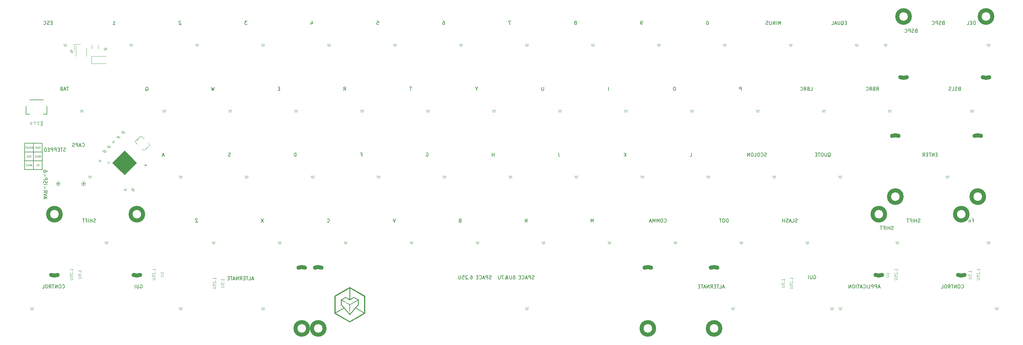
<source format=gbr>
G04 #@! TF.GenerationSoftware,KiCad,Pcbnew,(5.1.8)-1*
G04 #@! TF.CreationDate,2021-01-12T12:44:19+07:00*
G04 #@! TF.ProjectId,PCB-Common60,5043422d-436f-46d6-9d6f-6e36302e6b69,2*
G04 #@! TF.SameCoordinates,Original*
G04 #@! TF.FileFunction,Legend,Bot*
G04 #@! TF.FilePolarity,Positive*
%FSLAX46Y46*%
G04 Gerber Fmt 4.6, Leading zero omitted, Abs format (unit mm)*
G04 Created by KiCad (PCBNEW (5.1.8)-1) date 2021-01-12 12:44:19*
%MOMM*%
%LPD*%
G01*
G04 APERTURE LIST*
%ADD10C,0.050000*%
%ADD11C,0.150000*%
%ADD12C,0.010000*%
%ADD13C,0.080000*%
%ADD14C,0.120000*%
%ADD15C,1.200000*%
%ADD16C,0.100000*%
%ADD17C,0.203200*%
G04 APERTURE END LIST*
D10*
X-3935261Y-23515534D02*
X-3959070Y-23467915D01*
X-3959070Y-23396487D01*
X-3935261Y-23325058D01*
X-3887641Y-23277439D01*
X-3840022Y-23253629D01*
X-3744784Y-23229820D01*
X-3673356Y-23229820D01*
X-3578118Y-23253629D01*
X-3530499Y-23277439D01*
X-3482880Y-23325058D01*
X-3459070Y-23396487D01*
X-3459070Y-23444106D01*
X-3482880Y-23515534D01*
X-3506689Y-23539344D01*
X-3673356Y-23539344D01*
X-3673356Y-23444106D01*
X-3459070Y-23753629D02*
X-3959070Y-23753629D01*
X-3459070Y-24039344D01*
X-3959070Y-24039344D01*
X-3459070Y-24277439D02*
X-3959070Y-24277439D01*
X-3959070Y-24396487D01*
X-3935261Y-24467915D01*
X-3887641Y-24515534D01*
X-3840022Y-24539344D01*
X-3744784Y-24563153D01*
X-3673356Y-24563153D01*
X-3578118Y-24539344D01*
X-3530499Y-24515534D01*
X-3482880Y-24467915D01*
X-3459070Y-24396487D01*
X-3459070Y-24277439D01*
X-4459070Y-23456010D02*
X-4959070Y-23456010D01*
X-4959070Y-23575058D01*
X-4935261Y-23646487D01*
X-4887641Y-23694106D01*
X-4840022Y-23717915D01*
X-4744784Y-23741725D01*
X-4673356Y-23741725D01*
X-4578118Y-23717915D01*
X-4530499Y-23694106D01*
X-4482880Y-23646487D01*
X-4459070Y-23575058D01*
X-4459070Y-23456010D01*
X-4649546Y-23956010D02*
X-4649546Y-24336963D01*
X-4459070Y-24146487D02*
X-4840022Y-24146487D01*
X-5459070Y-23456010D02*
X-5959070Y-23456010D01*
X-5959070Y-23575058D01*
X-5935261Y-23646487D01*
X-5887641Y-23694106D01*
X-5840022Y-23717915D01*
X-5744784Y-23741725D01*
X-5673356Y-23741725D01*
X-5578118Y-23717915D01*
X-5530499Y-23694106D01*
X-5482880Y-23646487D01*
X-5459070Y-23575058D01*
X-5459070Y-23456010D01*
X-5649546Y-23956010D02*
X-5649546Y-24336963D01*
X-6959070Y-23801248D02*
X-6959070Y-23563153D01*
X-6720975Y-23539344D01*
X-6744784Y-23563153D01*
X-6768594Y-23610772D01*
X-6768594Y-23729820D01*
X-6744784Y-23777439D01*
X-6720975Y-23801248D01*
X-6673356Y-23825058D01*
X-6554308Y-23825058D01*
X-6506689Y-23801248D01*
X-6482880Y-23777439D01*
X-6459070Y-23729820D01*
X-6459070Y-23610772D01*
X-6482880Y-23563153D01*
X-6506689Y-23539344D01*
X-6959070Y-23967915D02*
X-6459070Y-24134582D01*
X-6959070Y-24301248D01*
X-4011076Y-33685217D02*
X-4011076Y-33185217D01*
X-4177743Y-33542360D01*
X-4344410Y-33185217D01*
X-4344410Y-33685217D01*
X-4677743Y-33185217D02*
X-4772981Y-33185217D01*
X-4820600Y-33209027D01*
X-4868219Y-33256646D01*
X-4892029Y-33351884D01*
X-4892029Y-33518550D01*
X-4868219Y-33613788D01*
X-4820600Y-33661407D01*
X-4772981Y-33685217D01*
X-4677743Y-33685217D01*
X-4630124Y-33661407D01*
X-4582505Y-33613788D01*
X-4558695Y-33518550D01*
X-4558695Y-33351884D01*
X-4582505Y-33256646D01*
X-4630124Y-33209027D01*
X-4677743Y-33185217D01*
X-5082505Y-33661407D02*
X-5153933Y-33685217D01*
X-5272981Y-33685217D01*
X-5320600Y-33661407D01*
X-5344410Y-33637598D01*
X-5368219Y-33589979D01*
X-5368219Y-33542360D01*
X-5344410Y-33494741D01*
X-5320600Y-33470931D01*
X-5272981Y-33447122D01*
X-5177743Y-33423312D01*
X-5130124Y-33399503D01*
X-5106314Y-33375693D01*
X-5082505Y-33328074D01*
X-5082505Y-33280455D01*
X-5106314Y-33232836D01*
X-5130124Y-33209027D01*
X-5177743Y-33185217D01*
X-5296791Y-33185217D01*
X-5368219Y-33209027D01*
X-5582505Y-33685217D02*
X-5582505Y-33185217D01*
D11*
X-8606791Y-32189027D02*
X-3526791Y-32189027D01*
X-8606791Y-34729027D02*
X-8606791Y-32189027D01*
X-3526791Y-34729027D02*
X-8606791Y-34729027D01*
X-6066791Y-29649027D02*
X-6066791Y-37269027D01*
X-8606791Y-37269027D02*
X-3526791Y-37269027D01*
D10*
X-6610600Y-31145217D02*
X-6443933Y-30907122D01*
X-6324886Y-31145217D02*
X-6324886Y-30645217D01*
X-6515362Y-30645217D01*
X-6562981Y-30669027D01*
X-6586791Y-30692836D01*
X-6610600Y-30740455D01*
X-6610600Y-30811884D01*
X-6586791Y-30859503D01*
X-6562981Y-30883312D01*
X-6515362Y-30907122D01*
X-6324886Y-30907122D01*
X-6824886Y-30883312D02*
X-6991552Y-30883312D01*
X-7062981Y-31145217D02*
X-6824886Y-31145217D01*
X-6824886Y-30645217D01*
X-7062981Y-30645217D01*
X-7253457Y-31121407D02*
X-7324886Y-31145217D01*
X-7443933Y-31145217D01*
X-7491552Y-31121407D01*
X-7515362Y-31097598D01*
X-7539171Y-31049979D01*
X-7539171Y-31002360D01*
X-7515362Y-30954741D01*
X-7491552Y-30930931D01*
X-7443933Y-30907122D01*
X-7348695Y-30883312D01*
X-7301076Y-30859503D01*
X-7277267Y-30835693D01*
X-7253457Y-30788074D01*
X-7253457Y-30740455D01*
X-7277267Y-30692836D01*
X-7301076Y-30669027D01*
X-7348695Y-30645217D01*
X-7467743Y-30645217D01*
X-7539171Y-30669027D01*
X-7753457Y-30883312D02*
X-7920124Y-30883312D01*
X-7991552Y-31145217D02*
X-7753457Y-31145217D01*
X-7753457Y-30645217D01*
X-7991552Y-30645217D01*
X-8134410Y-30645217D02*
X-8420124Y-30645217D01*
X-8277267Y-31145217D02*
X-8277267Y-30645217D01*
X-4415838Y-30669027D02*
X-4368219Y-30645217D01*
X-4296791Y-30645217D01*
X-4225362Y-30669027D01*
X-4177743Y-30716646D01*
X-4153933Y-30764265D01*
X-4130124Y-30859503D01*
X-4130124Y-30930931D01*
X-4153933Y-31026169D01*
X-4177743Y-31073788D01*
X-4225362Y-31121407D01*
X-4296791Y-31145217D01*
X-4344410Y-31145217D01*
X-4415838Y-31121407D01*
X-4439648Y-31097598D01*
X-4439648Y-30930931D01*
X-4344410Y-30930931D01*
X-4653933Y-31145217D02*
X-4653933Y-30645217D01*
X-4939648Y-31145217D01*
X-4939648Y-30645217D01*
X-5177743Y-31145217D02*
X-5177743Y-30645217D01*
X-5296791Y-30645217D01*
X-5368219Y-30669027D01*
X-5415838Y-30716646D01*
X-5439648Y-30764265D01*
X-5463457Y-30859503D01*
X-5463457Y-30930931D01*
X-5439648Y-31026169D01*
X-5415838Y-31073788D01*
X-5368219Y-31121407D01*
X-5296791Y-31145217D01*
X-5177743Y-31145217D01*
X-6693933Y-33661407D02*
X-6765362Y-33685217D01*
X-6884410Y-33685217D01*
X-6932029Y-33661407D01*
X-6955838Y-33637598D01*
X-6979648Y-33589979D01*
X-6979648Y-33542360D01*
X-6955838Y-33494741D01*
X-6932029Y-33470931D01*
X-6884410Y-33447122D01*
X-6789171Y-33423312D01*
X-6741552Y-33399503D01*
X-6717743Y-33375693D01*
X-6693933Y-33328074D01*
X-6693933Y-33280455D01*
X-6717743Y-33232836D01*
X-6741552Y-33209027D01*
X-6789171Y-33185217D01*
X-6908219Y-33185217D01*
X-6979648Y-33209027D01*
X-7479648Y-33637598D02*
X-7455838Y-33661407D01*
X-7384410Y-33685217D01*
X-7336791Y-33685217D01*
X-7265362Y-33661407D01*
X-7217743Y-33613788D01*
X-7193933Y-33566169D01*
X-7170124Y-33470931D01*
X-7170124Y-33399503D01*
X-7193933Y-33304265D01*
X-7217743Y-33256646D01*
X-7265362Y-33209027D01*
X-7336791Y-33185217D01*
X-7384410Y-33185217D01*
X-7455838Y-33209027D01*
X-7479648Y-33232836D01*
X-7693933Y-33685217D02*
X-7693933Y-33185217D01*
X-7979648Y-33685217D02*
X-7765362Y-33399503D01*
X-7979648Y-33185217D02*
X-7693933Y-33470931D01*
X-6551076Y-36225217D02*
X-6551076Y-35725217D01*
X-6717743Y-36082360D01*
X-6884410Y-35725217D01*
X-6884410Y-36225217D01*
X-7122505Y-36225217D02*
X-7122505Y-35725217D01*
X-7336791Y-36201407D02*
X-7408219Y-36225217D01*
X-7527267Y-36225217D01*
X-7574886Y-36201407D01*
X-7598695Y-36177598D01*
X-7622505Y-36129979D01*
X-7622505Y-36082360D01*
X-7598695Y-36034741D01*
X-7574886Y-36010931D01*
X-7527267Y-35987122D01*
X-7432029Y-35963312D01*
X-7384410Y-35939503D01*
X-7360600Y-35915693D01*
X-7336791Y-35868074D01*
X-7336791Y-35820455D01*
X-7360600Y-35772836D01*
X-7384410Y-35749027D01*
X-7432029Y-35725217D01*
X-7551076Y-35725217D01*
X-7622505Y-35749027D01*
X-7932029Y-35725217D02*
X-8027267Y-35725217D01*
X-8074886Y-35749027D01*
X-8122505Y-35796646D01*
X-8146314Y-35891884D01*
X-8146314Y-36058550D01*
X-8122505Y-36153788D01*
X-8074886Y-36201407D01*
X-8027267Y-36225217D01*
X-7932029Y-36225217D01*
X-7884410Y-36201407D01*
X-7836791Y-36153788D01*
X-7812981Y-36058550D01*
X-7812981Y-35891884D01*
X-7836791Y-35796646D01*
X-7884410Y-35749027D01*
X-7932029Y-35725217D01*
X-4701552Y-35725217D02*
X-4463457Y-35725217D01*
X-4439648Y-35963312D01*
X-4463457Y-35939503D01*
X-4511076Y-35915693D01*
X-4630124Y-35915693D01*
X-4677743Y-35939503D01*
X-4701552Y-35963312D01*
X-4725362Y-36010931D01*
X-4725362Y-36129979D01*
X-4701552Y-36177598D01*
X-4677743Y-36201407D01*
X-4630124Y-36225217D01*
X-4511076Y-36225217D01*
X-4463457Y-36201407D01*
X-4439648Y-36177598D01*
X-4868219Y-35725217D02*
X-5034886Y-36225217D01*
X-5201552Y-35725217D01*
D11*
X-8606791Y-29649027D02*
X-8606791Y-37269027D01*
X-3526791Y-29649027D02*
X-8606791Y-29649027D01*
X-3526791Y-37269027D02*
X-3526791Y-29649027D01*
D10*
X264838913Y-66945145D02*
X264838913Y-66488002D01*
X264838913Y-66716573D02*
X264038913Y-66716573D01*
X264153199Y-66640383D01*
X264229389Y-66564192D01*
X264267485Y-66488002D01*
X264762723Y-67288002D02*
X264800818Y-67326097D01*
X264838913Y-67288002D01*
X264800818Y-67249907D01*
X264762723Y-67288002D01*
X264838913Y-67288002D01*
X264038913Y-68049907D02*
X264038913Y-67668954D01*
X264419866Y-67630859D01*
X264381770Y-67668954D01*
X264343675Y-67745145D01*
X264343675Y-67935621D01*
X264381770Y-68011811D01*
X264419866Y-68049907D01*
X264496056Y-68088002D01*
X264686532Y-68088002D01*
X264762723Y-68049907D01*
X264800818Y-68011811D01*
X264838913Y-67935621D01*
X264838913Y-67745145D01*
X264800818Y-67668954D01*
X264762723Y-67630859D01*
X264038913Y-68430859D02*
X264686532Y-68430859D01*
X264762723Y-68468954D01*
X264800818Y-68507050D01*
X264838913Y-68583240D01*
X264838913Y-68735621D01*
X264800818Y-68811811D01*
X264762723Y-68849907D01*
X264686532Y-68888002D01*
X264038913Y-68888002D01*
X267220173Y-66404279D02*
X267220173Y-65947137D01*
X267220173Y-66175708D02*
X266420173Y-66175708D01*
X266534459Y-66099517D01*
X266610649Y-66023327D01*
X266648745Y-65947137D01*
X267143983Y-66747137D02*
X267182078Y-66785232D01*
X267220173Y-66747137D01*
X267182078Y-66709041D01*
X267143983Y-66747137D01*
X267220173Y-66747137D01*
X266496364Y-67089994D02*
X266458269Y-67128089D01*
X266420173Y-67204279D01*
X266420173Y-67394756D01*
X266458269Y-67470946D01*
X266496364Y-67509041D01*
X266572554Y-67547137D01*
X266648745Y-67547137D01*
X266763030Y-67509041D01*
X267220173Y-67051898D01*
X267220173Y-67547137D01*
X266420173Y-68270946D02*
X266420173Y-67889994D01*
X266801126Y-67851898D01*
X266763030Y-67889994D01*
X266724935Y-67966184D01*
X266724935Y-68156660D01*
X266763030Y-68232851D01*
X266801126Y-68270946D01*
X266877316Y-68309041D01*
X267067792Y-68309041D01*
X267143983Y-68270946D01*
X267182078Y-68232851D01*
X267220173Y-68156660D01*
X267220173Y-67966184D01*
X267182078Y-67889994D01*
X267143983Y-67851898D01*
X266420173Y-68651898D02*
X267067792Y-68651898D01*
X267143983Y-68689994D01*
X267182078Y-68728089D01*
X267220173Y-68804279D01*
X267220173Y-68956660D01*
X267182078Y-69032851D01*
X267143983Y-69070946D01*
X267067792Y-69109041D01*
X266420173Y-69109041D01*
X210864379Y-69326405D02*
X210864379Y-68869262D01*
X210864379Y-69097833D02*
X210064379Y-69097833D01*
X210178665Y-69021643D01*
X210254855Y-68945452D01*
X210292951Y-68869262D01*
X210788189Y-69669262D02*
X210826284Y-69707357D01*
X210864379Y-69669262D01*
X210826284Y-69631167D01*
X210788189Y-69669262D01*
X210864379Y-69669262D01*
X210064379Y-70431167D02*
X210064379Y-70050214D01*
X210445332Y-70012119D01*
X210407236Y-70050214D01*
X210369141Y-70126405D01*
X210369141Y-70316881D01*
X210407236Y-70393071D01*
X210445332Y-70431167D01*
X210521522Y-70469262D01*
X210711998Y-70469262D01*
X210788189Y-70431167D01*
X210826284Y-70393071D01*
X210864379Y-70316881D01*
X210864379Y-70126405D01*
X210826284Y-70050214D01*
X210788189Y-70012119D01*
X210064379Y-70812119D02*
X210711998Y-70812119D01*
X210788189Y-70850214D01*
X210826284Y-70888310D01*
X210864379Y-70964500D01*
X210864379Y-71116881D01*
X210826284Y-71193071D01*
X210788189Y-71231167D01*
X210711998Y-71269262D01*
X210064379Y-71269262D01*
X213245639Y-68945452D02*
X213245639Y-68488310D01*
X213245639Y-68716881D02*
X212445639Y-68716881D01*
X212559925Y-68640690D01*
X212636115Y-68564500D01*
X212674211Y-68488310D01*
X213169449Y-69288310D02*
X213207544Y-69326405D01*
X213245639Y-69288310D01*
X213207544Y-69250214D01*
X213169449Y-69288310D01*
X213245639Y-69288310D01*
X212521830Y-69631167D02*
X212483735Y-69669262D01*
X212445639Y-69745452D01*
X212445639Y-69935929D01*
X212483735Y-70012119D01*
X212521830Y-70050214D01*
X212598020Y-70088310D01*
X212674211Y-70088310D01*
X212788496Y-70050214D01*
X213245639Y-69593071D01*
X213245639Y-70088310D01*
X212445639Y-70812119D02*
X212445639Y-70431167D01*
X212826592Y-70393071D01*
X212788496Y-70431167D01*
X212750401Y-70507357D01*
X212750401Y-70697833D01*
X212788496Y-70774024D01*
X212826592Y-70812119D01*
X212902782Y-70850214D01*
X213093258Y-70850214D01*
X213169449Y-70812119D01*
X213207544Y-70774024D01*
X213245639Y-70697833D01*
X213245639Y-70507357D01*
X213207544Y-70431167D01*
X213169449Y-70393071D01*
X212445639Y-71193071D02*
X213093258Y-71193071D01*
X213169449Y-71231167D01*
X213207544Y-71269262D01*
X213245639Y-71345452D01*
X213245639Y-71497833D01*
X213207544Y-71574024D01*
X213169449Y-71612119D01*
X213093258Y-71650214D01*
X212445639Y-71650214D01*
X241026313Y-67516573D02*
X241026313Y-67059430D01*
X241026313Y-67288002D02*
X240226313Y-67288002D01*
X240340599Y-67211811D01*
X240416789Y-67135621D01*
X240454885Y-67059430D01*
X240226313Y-67859430D02*
X240873932Y-67859430D01*
X240950123Y-67897526D01*
X240988218Y-67935621D01*
X241026313Y-68011811D01*
X241026313Y-68164192D01*
X240988218Y-68240383D01*
X240950123Y-68278478D01*
X240873932Y-68316573D01*
X240226313Y-68316573D01*
X243407573Y-66404279D02*
X243407573Y-65947137D01*
X243407573Y-66175708D02*
X242607573Y-66175708D01*
X242721859Y-66099517D01*
X242798049Y-66023327D01*
X242836145Y-65947137D01*
X243331383Y-66747137D02*
X243369478Y-66785232D01*
X243407573Y-66747137D01*
X243369478Y-66709041D01*
X243331383Y-66747137D01*
X243407573Y-66747137D01*
X242683764Y-67089994D02*
X242645669Y-67128089D01*
X242607573Y-67204279D01*
X242607573Y-67394756D01*
X242645669Y-67470946D01*
X242683764Y-67509041D01*
X242759954Y-67547137D01*
X242836145Y-67547137D01*
X242950430Y-67509041D01*
X243407573Y-67051898D01*
X243407573Y-67547137D01*
X242607573Y-68270946D02*
X242607573Y-67889994D01*
X242988526Y-67851898D01*
X242950430Y-67889994D01*
X242912335Y-67966184D01*
X242912335Y-68156660D01*
X242950430Y-68232851D01*
X242988526Y-68270946D01*
X243064716Y-68309041D01*
X243255192Y-68309041D01*
X243331383Y-68270946D01*
X243369478Y-68232851D01*
X243407573Y-68156660D01*
X243407573Y-67966184D01*
X243369478Y-67889994D01*
X243331383Y-67851898D01*
X242607573Y-68651898D02*
X243255192Y-68651898D01*
X243331383Y-68689994D01*
X243369478Y-68728089D01*
X243407573Y-68804279D01*
X243407573Y-68956660D01*
X243369478Y-69032851D01*
X243331383Y-69070946D01*
X243255192Y-69109041D01*
X242607573Y-69109041D01*
X48938699Y-69326405D02*
X48938699Y-68869262D01*
X48938699Y-69097833D02*
X48138699Y-69097833D01*
X48252985Y-69021643D01*
X48329175Y-68945452D01*
X48367271Y-68869262D01*
X48862509Y-69669262D02*
X48900604Y-69707357D01*
X48938699Y-69669262D01*
X48900604Y-69631167D01*
X48862509Y-69669262D01*
X48938699Y-69669262D01*
X48138699Y-70431167D02*
X48138699Y-70050214D01*
X48519652Y-70012119D01*
X48481556Y-70050214D01*
X48443461Y-70126405D01*
X48443461Y-70316881D01*
X48481556Y-70393071D01*
X48519652Y-70431167D01*
X48595842Y-70469262D01*
X48786318Y-70469262D01*
X48862509Y-70431167D01*
X48900604Y-70393071D01*
X48938699Y-70316881D01*
X48938699Y-70126405D01*
X48900604Y-70050214D01*
X48862509Y-70012119D01*
X48138699Y-70812119D02*
X48786318Y-70812119D01*
X48862509Y-70850214D01*
X48900604Y-70888310D01*
X48938699Y-70964500D01*
X48938699Y-71116881D01*
X48900604Y-71193071D01*
X48862509Y-71231167D01*
X48786318Y-71269262D01*
X48138699Y-71269262D01*
X46557439Y-68945452D02*
X46557439Y-68488310D01*
X46557439Y-68716881D02*
X45757439Y-68716881D01*
X45871725Y-68640690D01*
X45947915Y-68564500D01*
X45986011Y-68488310D01*
X46481249Y-69288310D02*
X46519344Y-69326405D01*
X46557439Y-69288310D01*
X46519344Y-69250214D01*
X46481249Y-69288310D01*
X46557439Y-69288310D01*
X45833630Y-69631167D02*
X45795535Y-69669262D01*
X45757439Y-69745452D01*
X45757439Y-69935929D01*
X45795535Y-70012119D01*
X45833630Y-70050214D01*
X45909820Y-70088310D01*
X45986011Y-70088310D01*
X46100296Y-70050214D01*
X46557439Y-69593071D01*
X46557439Y-70088310D01*
X45757439Y-70812119D02*
X45757439Y-70431167D01*
X46138392Y-70393071D01*
X46100296Y-70431167D01*
X46062201Y-70507357D01*
X46062201Y-70697833D01*
X46100296Y-70774024D01*
X46138392Y-70812119D01*
X46214582Y-70850214D01*
X46405058Y-70850214D01*
X46481249Y-70812119D01*
X46519344Y-70774024D01*
X46557439Y-70697833D01*
X46557439Y-70507357D01*
X46519344Y-70431167D01*
X46481249Y-70393071D01*
X45757439Y-71193071D02*
X46405058Y-71193071D01*
X46481249Y-71231167D01*
X46519344Y-71269262D01*
X46557439Y-71345452D01*
X46557439Y-71497833D01*
X46519344Y-71574024D01*
X46481249Y-71612119D01*
X46405058Y-71650214D01*
X45757439Y-71650214D01*
X31475433Y-67356660D02*
X31475433Y-66899517D01*
X31475433Y-67128089D02*
X30675433Y-67128089D01*
X30789719Y-67051898D01*
X30865909Y-66975708D01*
X30904005Y-66899517D01*
X30675433Y-67699517D02*
X31323052Y-67699517D01*
X31399243Y-67737613D01*
X31437338Y-67775708D01*
X31475433Y-67851898D01*
X31475433Y-68004279D01*
X31437338Y-68080470D01*
X31399243Y-68118565D01*
X31323052Y-68156660D01*
X30675433Y-68156660D01*
X29094173Y-66404279D02*
X29094173Y-65947137D01*
X29094173Y-66175708D02*
X28294173Y-66175708D01*
X28408459Y-66099517D01*
X28484649Y-66023327D01*
X28522745Y-65947137D01*
X29017983Y-66747137D02*
X29056078Y-66785232D01*
X29094173Y-66747137D01*
X29056078Y-66709041D01*
X29017983Y-66747137D01*
X29094173Y-66747137D01*
X28370364Y-67089994D02*
X28332269Y-67128089D01*
X28294173Y-67204279D01*
X28294173Y-67394756D01*
X28332269Y-67470946D01*
X28370364Y-67509041D01*
X28446554Y-67547137D01*
X28522745Y-67547137D01*
X28637030Y-67509041D01*
X29094173Y-67051898D01*
X29094173Y-67547137D01*
X28294173Y-68270946D02*
X28294173Y-67889994D01*
X28675126Y-67851898D01*
X28637030Y-67889994D01*
X28598935Y-67966184D01*
X28598935Y-68156660D01*
X28637030Y-68232851D01*
X28675126Y-68270946D01*
X28751316Y-68309041D01*
X28941792Y-68309041D01*
X29017983Y-68270946D01*
X29056078Y-68232851D01*
X29094173Y-68156660D01*
X29094173Y-67966184D01*
X29056078Y-67889994D01*
X29017983Y-67851898D01*
X28294173Y-68651898D02*
X28941792Y-68651898D01*
X29017983Y-68689994D01*
X29056078Y-68728089D01*
X29094173Y-68804279D01*
X29094173Y-68956660D01*
X29056078Y-69032851D01*
X29017983Y-69070946D01*
X28941792Y-69109041D01*
X28294173Y-69109041D01*
X7662833Y-66785232D02*
X7662833Y-66328089D01*
X7662833Y-66556660D02*
X6862833Y-66556660D01*
X6977119Y-66480470D01*
X7053309Y-66404279D01*
X7091405Y-66328089D01*
X7586643Y-67128089D02*
X7624738Y-67166184D01*
X7662833Y-67128089D01*
X7624738Y-67089994D01*
X7586643Y-67128089D01*
X7662833Y-67128089D01*
X6862833Y-67889994D02*
X6862833Y-67509041D01*
X7243786Y-67470946D01*
X7205690Y-67509041D01*
X7167595Y-67585232D01*
X7167595Y-67775708D01*
X7205690Y-67851898D01*
X7243786Y-67889994D01*
X7319976Y-67928089D01*
X7510452Y-67928089D01*
X7586643Y-67889994D01*
X7624738Y-67851898D01*
X7662833Y-67775708D01*
X7662833Y-67585232D01*
X7624738Y-67509041D01*
X7586643Y-67470946D01*
X6862833Y-68270946D02*
X7510452Y-68270946D01*
X7586643Y-68309041D01*
X7624738Y-68347137D01*
X7662833Y-68423327D01*
X7662833Y-68575708D01*
X7624738Y-68651898D01*
X7586643Y-68689994D01*
X7510452Y-68728089D01*
X6862833Y-68728089D01*
X5281573Y-66404279D02*
X5281573Y-65947137D01*
X5281573Y-66175708D02*
X4481573Y-66175708D01*
X4595859Y-66099517D01*
X4672049Y-66023327D01*
X4710145Y-65947137D01*
X5205383Y-66747137D02*
X5243478Y-66785232D01*
X5281573Y-66747137D01*
X5243478Y-66709041D01*
X5205383Y-66747137D01*
X5281573Y-66747137D01*
X4557764Y-67089994D02*
X4519669Y-67128089D01*
X4481573Y-67204279D01*
X4481573Y-67394756D01*
X4519669Y-67470946D01*
X4557764Y-67509041D01*
X4633954Y-67547137D01*
X4710145Y-67547137D01*
X4824430Y-67509041D01*
X5281573Y-67051898D01*
X5281573Y-67547137D01*
X4481573Y-68270946D02*
X4481573Y-67889994D01*
X4862526Y-67851898D01*
X4824430Y-67889994D01*
X4786335Y-67966184D01*
X4786335Y-68156660D01*
X4824430Y-68232851D01*
X4862526Y-68270946D01*
X4938716Y-68309041D01*
X5129192Y-68309041D01*
X5205383Y-68270946D01*
X5243478Y-68232851D01*
X5281573Y-68156660D01*
X5281573Y-67966184D01*
X5243478Y-67889994D01*
X5205383Y-67851898D01*
X4481573Y-68651898D02*
X5129192Y-68651898D01*
X5205383Y-68689994D01*
X5243478Y-68728089D01*
X5281573Y-68804279D01*
X5281573Y-68956660D01*
X5243478Y-69032851D01*
X5205383Y-69070946D01*
X5129192Y-69109041D01*
X4481573Y-69109041D01*
D12*
G36*
X85275707Y-71250103D02*
G01*
X85249205Y-71264673D01*
X85206618Y-71288557D01*
X85148700Y-71321323D01*
X85076202Y-71362539D01*
X84989877Y-71411774D01*
X84890476Y-71468597D01*
X84778752Y-71532575D01*
X84655456Y-71603278D01*
X84521342Y-71680273D01*
X84377160Y-71763129D01*
X84223663Y-71851414D01*
X84061603Y-71944697D01*
X83891732Y-72042546D01*
X83714802Y-72144530D01*
X83531566Y-72250217D01*
X83342774Y-72359175D01*
X83149180Y-72470972D01*
X83089899Y-72505219D01*
X80905499Y-73767288D01*
X80900379Y-78827108D01*
X83081865Y-80086777D01*
X83276715Y-80199265D01*
X83467021Y-80309078D01*
X83652027Y-80415783D01*
X83830980Y-80518946D01*
X84003124Y-80618133D01*
X84167704Y-80712912D01*
X84323965Y-80802847D01*
X84471152Y-80887507D01*
X84608510Y-80966455D01*
X84735285Y-81039260D01*
X84850722Y-81105487D01*
X84954064Y-81164703D01*
X85044559Y-81216474D01*
X85121450Y-81260367D01*
X85183982Y-81295947D01*
X85231402Y-81322781D01*
X85262953Y-81340435D01*
X85277882Y-81348476D01*
X85278985Y-81348947D01*
X85289064Y-81344155D01*
X85315975Y-81329617D01*
X85358962Y-81305764D01*
X85417272Y-81273029D01*
X85490148Y-81231843D01*
X85576836Y-81182639D01*
X85676581Y-81125849D01*
X85788628Y-81061905D01*
X85912222Y-80991239D01*
X86046608Y-80914283D01*
X86191031Y-80831470D01*
X86344736Y-80743231D01*
X86506967Y-80649998D01*
X86676971Y-80552204D01*
X86853992Y-80450281D01*
X87037275Y-80344661D01*
X87226065Y-80235775D01*
X87419607Y-80124057D01*
X87473939Y-80092678D01*
X89653259Y-78833909D01*
X89653359Y-78734322D01*
X89370691Y-78734322D01*
X89367426Y-78738325D01*
X89354409Y-78747808D01*
X89331191Y-78763037D01*
X89297320Y-78784277D01*
X89252344Y-78811791D01*
X89195813Y-78845846D01*
X89127275Y-78886704D01*
X89046279Y-78934632D01*
X88952375Y-78989893D01*
X88845111Y-79052752D01*
X88724035Y-79123474D01*
X88588697Y-79202324D01*
X88438646Y-79289566D01*
X88273431Y-79385464D01*
X88092600Y-79490284D01*
X87895701Y-79604290D01*
X87682286Y-79727747D01*
X87451901Y-79860920D01*
X87338691Y-79926329D01*
X87150165Y-80035184D01*
X86966196Y-80141303D01*
X86787563Y-80244240D01*
X86615046Y-80343548D01*
X86449426Y-80438781D01*
X86291483Y-80529495D01*
X86141996Y-80615243D01*
X86001746Y-80695578D01*
X85871513Y-80770056D01*
X85752078Y-80838231D01*
X85644219Y-80899656D01*
X85548718Y-80953885D01*
X85466355Y-81000474D01*
X85397908Y-81038976D01*
X85344160Y-81068944D01*
X85305889Y-81089935D01*
X85283877Y-81101500D01*
X85278558Y-81103749D01*
X85268393Y-81098421D01*
X85241416Y-81083372D01*
X85198410Y-81059054D01*
X85140156Y-81025915D01*
X85067437Y-80984403D01*
X84981033Y-80934968D01*
X84881726Y-80878060D01*
X84770298Y-80814127D01*
X84647532Y-80743617D01*
X84514207Y-80666982D01*
X84371107Y-80584668D01*
X84219013Y-80497127D01*
X84058706Y-80404806D01*
X83890969Y-80308154D01*
X83716583Y-80207621D01*
X83536329Y-80103657D01*
X83350989Y-79996709D01*
X83223698Y-79923229D01*
X83035561Y-79814584D01*
X82852112Y-79708599D01*
X82674125Y-79605724D01*
X82502375Y-79506408D01*
X82337636Y-79411100D01*
X82180681Y-79320248D01*
X82032285Y-79234302D01*
X81893221Y-79153710D01*
X81764264Y-79078922D01*
X81646187Y-79010387D01*
X81539765Y-78948553D01*
X81445772Y-78893870D01*
X81364981Y-78846786D01*
X81298167Y-78807751D01*
X81246103Y-78777213D01*
X81209563Y-78755623D01*
X81189323Y-78743427D01*
X81185263Y-78740728D01*
X81193928Y-78734984D01*
X81218995Y-78719844D01*
X81259237Y-78696012D01*
X81313426Y-78664199D01*
X81380335Y-78625109D01*
X81458737Y-78579451D01*
X81547404Y-78527932D01*
X81645109Y-78471259D01*
X81750626Y-78410140D01*
X81862725Y-78345281D01*
X81980181Y-78277390D01*
X82101765Y-78207175D01*
X82226250Y-78135341D01*
X82352410Y-78062598D01*
X82479016Y-77989652D01*
X82604842Y-77917209D01*
X82728659Y-77845979D01*
X82849241Y-77776667D01*
X82965361Y-77709981D01*
X83075790Y-77646628D01*
X83179302Y-77587316D01*
X83274669Y-77532752D01*
X83360664Y-77483642D01*
X83436060Y-77440695D01*
X83499629Y-77404618D01*
X83550144Y-77376117D01*
X83586377Y-77355901D01*
X83607101Y-77344676D01*
X83611604Y-77342545D01*
X83619795Y-77348227D01*
X83638673Y-77366664D01*
X83668461Y-77398110D01*
X83709382Y-77442817D01*
X83761659Y-77501038D01*
X83825516Y-77573026D01*
X83901177Y-77659034D01*
X83988864Y-77759315D01*
X84088801Y-77874122D01*
X84201211Y-78003706D01*
X84326318Y-78148322D01*
X84451339Y-78293143D01*
X84554827Y-78412998D01*
X84654745Y-78528473D01*
X84750282Y-78638645D01*
X84840627Y-78742588D01*
X84924969Y-78839378D01*
X85002499Y-78928090D01*
X85072405Y-79007800D01*
X85133876Y-79077583D01*
X85186102Y-79136515D01*
X85228272Y-79183671D01*
X85259575Y-79218126D01*
X85279201Y-79238957D01*
X85286265Y-79245290D01*
X85294311Y-79237501D01*
X85314808Y-79215265D01*
X85346932Y-79179524D01*
X85389861Y-79131216D01*
X85442771Y-79071281D01*
X85504840Y-79000659D01*
X85575243Y-78920288D01*
X85653157Y-78831108D01*
X85737760Y-78734060D01*
X85828228Y-78630081D01*
X85923737Y-78520113D01*
X86023465Y-78405093D01*
X86102605Y-78313687D01*
X86205331Y-78194986D01*
X86304631Y-78080290D01*
X86399664Y-77970566D01*
X86489590Y-77866784D01*
X86573569Y-77769910D01*
X86650762Y-77680912D01*
X86720327Y-77600760D01*
X86781426Y-77530420D01*
X86833217Y-77470860D01*
X86874862Y-77423049D01*
X86905520Y-77387955D01*
X86924350Y-77366545D01*
X86930183Y-77360074D01*
X86953386Y-77336101D01*
X88156003Y-78029630D01*
X88300250Y-78112845D01*
X88439730Y-78193369D01*
X88573422Y-78270610D01*
X88700302Y-78343973D01*
X88819350Y-78412868D01*
X88929542Y-78476699D01*
X89029857Y-78534875D01*
X89119273Y-78586803D01*
X89196767Y-78631889D01*
X89261318Y-78669541D01*
X89311904Y-78699165D01*
X89347501Y-78720169D01*
X89367089Y-78731959D01*
X89370691Y-78734322D01*
X89653359Y-78734322D01*
X89654822Y-77286608D01*
X89453244Y-77286608D01*
X89453238Y-77468553D01*
X89453190Y-77640638D01*
X89453101Y-77801971D01*
X89452972Y-77951661D01*
X89452805Y-78088818D01*
X89452599Y-78212550D01*
X89452356Y-78321967D01*
X89452077Y-78416178D01*
X89451762Y-78494291D01*
X89451413Y-78555417D01*
X89451029Y-78598664D01*
X89450613Y-78623141D01*
X89450285Y-78628647D01*
X89441058Y-78623664D01*
X89415250Y-78609107D01*
X89373881Y-78585560D01*
X89317968Y-78553607D01*
X89248528Y-78513834D01*
X89166579Y-78466824D01*
X89073140Y-78413163D01*
X88969229Y-78353436D01*
X88855862Y-78288227D01*
X88734059Y-78218120D01*
X88604837Y-78143701D01*
X88469213Y-78065554D01*
X88328207Y-77984265D01*
X88253924Y-77941424D01*
X88110366Y-77858589D01*
X87971584Y-77778444D01*
X87838606Y-77701585D01*
X87712457Y-77628610D01*
X87594163Y-77560113D01*
X87484751Y-77496690D01*
X87385248Y-77438938D01*
X87296680Y-77387453D01*
X87220073Y-77342829D01*
X87156454Y-77305665D01*
X87106849Y-77276554D01*
X87072285Y-77256094D01*
X87053787Y-77244880D01*
X87050882Y-77242924D01*
X87051931Y-77236114D01*
X87061192Y-77220671D01*
X87079325Y-77195789D01*
X87106993Y-77160665D01*
X87144855Y-77114492D01*
X87193574Y-77056465D01*
X87253811Y-76985778D01*
X87326226Y-76901626D01*
X87411482Y-76803205D01*
X87418810Y-76794767D01*
X87798317Y-76357887D01*
X87798428Y-75611127D01*
X87798435Y-75560969D01*
X87656365Y-75560969D01*
X87656328Y-75648139D01*
X87655836Y-76296927D01*
X86495706Y-77635507D01*
X86372496Y-77777651D01*
X86252890Y-77915603D01*
X86137564Y-78048585D01*
X86027195Y-78175817D01*
X85922458Y-78296522D01*
X85824031Y-78409920D01*
X85732591Y-78515232D01*
X85648813Y-78611680D01*
X85573373Y-78698485D01*
X85506950Y-78774868D01*
X85450218Y-78840051D01*
X85403855Y-78893255D01*
X85368536Y-78933701D01*
X85344940Y-78960610D01*
X85333741Y-78973204D01*
X85332878Y-78974087D01*
X85332548Y-78964125D01*
X85332232Y-78935036D01*
X85331931Y-78888010D01*
X85331648Y-78824240D01*
X85331386Y-78744917D01*
X85331147Y-78651233D01*
X85330932Y-78544381D01*
X85330786Y-78451223D01*
X85247576Y-78451223D01*
X85247527Y-78562219D01*
X85247298Y-78663025D01*
X85246881Y-78752194D01*
X85246266Y-78828279D01*
X85245444Y-78889832D01*
X85244406Y-78935407D01*
X85243143Y-78963556D01*
X85241648Y-78972833D01*
X85234049Y-78964866D01*
X85213841Y-78942313D01*
X85181708Y-78905958D01*
X85138330Y-78856586D01*
X85084392Y-78794979D01*
X85020576Y-78721922D01*
X84947564Y-78638199D01*
X84866040Y-78544595D01*
X84776685Y-78441892D01*
X84680184Y-78330875D01*
X84577217Y-78212329D01*
X84468469Y-78087036D01*
X84354621Y-77955781D01*
X84236357Y-77819348D01*
X84114358Y-77678522D01*
X84076934Y-77635304D01*
X82922110Y-76301601D01*
X82924725Y-75652034D01*
X82927339Y-75002466D01*
X84070339Y-75657386D01*
X84211005Y-75737992D01*
X84346872Y-75815861D01*
X84476889Y-75890392D01*
X84600007Y-75960980D01*
X84715174Y-76027024D01*
X84821339Y-76087920D01*
X84917453Y-76143066D01*
X85002464Y-76191858D01*
X85075322Y-76233695D01*
X85134976Y-76267972D01*
X85180375Y-76294087D01*
X85210470Y-76311438D01*
X85224208Y-76319421D01*
X85224924Y-76319856D01*
X85226548Y-76330770D01*
X85228175Y-76360435D01*
X85229796Y-76407404D01*
X85231402Y-76470231D01*
X85232984Y-76547468D01*
X85234532Y-76637667D01*
X85236037Y-76739383D01*
X85237491Y-76851168D01*
X85238883Y-76971575D01*
X85240206Y-77099156D01*
X85241449Y-77232465D01*
X85242605Y-77370054D01*
X85243663Y-77510477D01*
X85244614Y-77652287D01*
X85245450Y-77794036D01*
X85246161Y-77934277D01*
X85246739Y-78071563D01*
X85247173Y-78204448D01*
X85247455Y-78331483D01*
X85247576Y-78451223D01*
X85330786Y-78451223D01*
X85330745Y-78425552D01*
X85330587Y-78295937D01*
X85330462Y-78156729D01*
X85330370Y-78009120D01*
X85330316Y-77854301D01*
X85330300Y-77693464D01*
X85330302Y-77650747D01*
X85330425Y-76327407D01*
X85652882Y-76143027D01*
X85710806Y-76109893D01*
X85784419Y-76067763D01*
X85871786Y-76017745D01*
X85970968Y-75960950D01*
X86080028Y-75898488D01*
X86197029Y-75831468D01*
X86320032Y-75761001D01*
X86447101Y-75688195D01*
X86576297Y-75614162D01*
X86705683Y-75540010D01*
X86803379Y-75484014D01*
X86922858Y-75415552D01*
X87037435Y-75349945D01*
X87145870Y-75287901D01*
X87246919Y-75230128D01*
X87339341Y-75177335D01*
X87421894Y-75130231D01*
X87493336Y-75089525D01*
X87552424Y-75055924D01*
X87597916Y-75030138D01*
X87628571Y-75012875D01*
X87643145Y-75004844D01*
X87644119Y-75004367D01*
X87646769Y-75007078D01*
X87649039Y-75018278D01*
X87650955Y-75039197D01*
X87652538Y-75071063D01*
X87653812Y-75115106D01*
X87654800Y-75172553D01*
X87655527Y-75244634D01*
X87656014Y-75332578D01*
X87656286Y-75437613D01*
X87656365Y-75560969D01*
X87798435Y-75560969D01*
X87798533Y-74908814D01*
X87597980Y-74908814D01*
X87590497Y-74914755D01*
X87566610Y-74930039D01*
X87527570Y-74953946D01*
X87474624Y-74985754D01*
X87409023Y-75024743D01*
X87332015Y-75070192D01*
X87244851Y-75121381D01*
X87148778Y-75177589D01*
X87045048Y-75238094D01*
X86934908Y-75302177D01*
X86819608Y-75369117D01*
X86700399Y-75438192D01*
X86578528Y-75508683D01*
X86455245Y-75579868D01*
X86331799Y-75651027D01*
X86209441Y-75721440D01*
X86089418Y-75790384D01*
X85972981Y-75857141D01*
X85861379Y-75920988D01*
X85755861Y-75981206D01*
X85657676Y-76037073D01*
X85568074Y-76087870D01*
X85488304Y-76132874D01*
X85419615Y-76171366D01*
X85363256Y-76202625D01*
X85320478Y-76225930D01*
X85292529Y-76240560D01*
X85280658Y-76245794D01*
X85280414Y-76245778D01*
X85270017Y-76240152D01*
X85243064Y-76224982D01*
X85200601Y-76200868D01*
X85143678Y-76168413D01*
X85073343Y-76128216D01*
X84990645Y-76080879D01*
X84896633Y-76027003D01*
X84792355Y-75967189D01*
X84678859Y-75902037D01*
X84557195Y-75832150D01*
X84428411Y-75758127D01*
X84293556Y-75680570D01*
X84153678Y-75600080D01*
X84117094Y-75579021D01*
X83976315Y-75497974D01*
X83840444Y-75419744D01*
X83710518Y-75344926D01*
X83587570Y-75274118D01*
X83472638Y-75207916D01*
X83366755Y-75146916D01*
X83270958Y-75091716D01*
X83186281Y-75042912D01*
X83113760Y-75001100D01*
X83054430Y-74966877D01*
X83009327Y-74940840D01*
X82979486Y-74923585D01*
X82965942Y-74915709D01*
X82965214Y-74915268D01*
X82973325Y-74910020D01*
X82997661Y-74895644D01*
X83036740Y-74872984D01*
X83089085Y-74842887D01*
X83153214Y-74806199D01*
X83227650Y-74763765D01*
X83310913Y-74716432D01*
X83401522Y-74665045D01*
X83498000Y-74610450D01*
X83522967Y-74596341D01*
X84083485Y-74279660D01*
X84683758Y-74625924D01*
X84804361Y-74695402D01*
X84908597Y-74755230D01*
X84997628Y-74806038D01*
X85072615Y-74848457D01*
X85134720Y-74883116D01*
X85185103Y-74910646D01*
X85224927Y-74931677D01*
X85255352Y-74946839D01*
X85277539Y-74956762D01*
X85292651Y-74962077D01*
X85301847Y-74963413D01*
X85304565Y-74962797D01*
X85316701Y-74956207D01*
X85344909Y-74940306D01*
X85387672Y-74915961D01*
X85443477Y-74884044D01*
X85510809Y-74845423D01*
X85588153Y-74800967D01*
X85673995Y-74751546D01*
X85766820Y-74698028D01*
X85865112Y-74641284D01*
X85907871Y-74616577D01*
X86490642Y-74279748D01*
X87040711Y-74591017D01*
X87137806Y-74645999D01*
X87229663Y-74698089D01*
X87314752Y-74746415D01*
X87391545Y-74790106D01*
X87458515Y-74828290D01*
X87514133Y-74860096D01*
X87556870Y-74884652D01*
X87585199Y-74901087D01*
X87597591Y-74908529D01*
X87597980Y-74908814D01*
X87798533Y-74908814D01*
X87798540Y-74864367D01*
X87144158Y-74487249D01*
X86489777Y-74110132D01*
X85927758Y-74435032D01*
X85829696Y-74491686D01*
X85736680Y-74545357D01*
X85650225Y-74595174D01*
X85571850Y-74640267D01*
X85503071Y-74679764D01*
X85445405Y-74712795D01*
X85400370Y-74738488D01*
X85369482Y-74755973D01*
X85354258Y-74764379D01*
X85353039Y-74764976D01*
X85351319Y-74762073D01*
X85349751Y-74751406D01*
X85348329Y-74732187D01*
X85347048Y-74703624D01*
X85345901Y-74664927D01*
X85344882Y-74615306D01*
X85343985Y-74553970D01*
X85343203Y-74480129D01*
X85342530Y-74392992D01*
X85341961Y-74291770D01*
X85341488Y-74175671D01*
X85341107Y-74043906D01*
X85340809Y-73895683D01*
X85340590Y-73730213D01*
X85340443Y-73546706D01*
X85340362Y-73344370D01*
X85340339Y-73148414D01*
X85340340Y-73142487D01*
X85218419Y-73142487D01*
X85218403Y-73356578D01*
X85218348Y-73551242D01*
X85218247Y-73727373D01*
X85218090Y-73885865D01*
X85217871Y-74027612D01*
X85217579Y-74153506D01*
X85217208Y-74264441D01*
X85216748Y-74361311D01*
X85216192Y-74445009D01*
X85215531Y-74516430D01*
X85214757Y-74576465D01*
X85213861Y-74626010D01*
X85212836Y-74665957D01*
X85211672Y-74697200D01*
X85210362Y-74720633D01*
X85208897Y-74737149D01*
X85207269Y-74747641D01*
X85205470Y-74753004D01*
X85203491Y-74754130D01*
X85203427Y-74754107D01*
X85192517Y-74748273D01*
X85165881Y-74733347D01*
X85125388Y-74710402D01*
X85072905Y-74680512D01*
X85010301Y-74644750D01*
X84939444Y-74604190D01*
X84862202Y-74559905D01*
X84780445Y-74512970D01*
X84696039Y-74464457D01*
X84610853Y-74415440D01*
X84526757Y-74366992D01*
X84445617Y-74320188D01*
X84369302Y-74276100D01*
X84299681Y-74235803D01*
X84238621Y-74200369D01*
X84187992Y-74170872D01*
X84165752Y-74157852D01*
X84083364Y-74109507D01*
X83429152Y-74487278D01*
X82774939Y-74865050D01*
X82772334Y-75608543D01*
X82769728Y-76352035D01*
X83150527Y-76791599D01*
X83220210Y-76872301D01*
X83285524Y-76948454D01*
X83345315Y-77018680D01*
X83398426Y-77081596D01*
X83443704Y-77135822D01*
X83479994Y-77179976D01*
X83506141Y-77212676D01*
X83520990Y-77232542D01*
X83523973Y-77238254D01*
X83514446Y-77244094D01*
X83488333Y-77259495D01*
X83446654Y-77283867D01*
X83390425Y-77316619D01*
X83320664Y-77357163D01*
X83238391Y-77404907D01*
X83144621Y-77459263D01*
X83040374Y-77519640D01*
X82926668Y-77585448D01*
X82804519Y-77656098D01*
X82674947Y-77730999D01*
X82538968Y-77809562D01*
X82397602Y-77891196D01*
X82317739Y-77937296D01*
X81118859Y-78629249D01*
X81116298Y-76264592D01*
X81116027Y-75996724D01*
X81115819Y-75748516D01*
X81115676Y-75519305D01*
X81115601Y-75308432D01*
X81115597Y-75115236D01*
X81115667Y-74939055D01*
X81115813Y-74779228D01*
X81116039Y-74635096D01*
X81116347Y-74505996D01*
X81116739Y-74391268D01*
X81117220Y-74290252D01*
X81117792Y-74202286D01*
X81118457Y-74126709D01*
X81119218Y-74062861D01*
X81120079Y-74010080D01*
X81121042Y-73967707D01*
X81122109Y-73935079D01*
X81123284Y-73911537D01*
X81124570Y-73896418D01*
X81125969Y-73889063D01*
X81126458Y-73888225D01*
X81136008Y-73882404D01*
X81162211Y-73866976D01*
X81204121Y-73842489D01*
X81260789Y-73809489D01*
X81331269Y-73768526D01*
X81414612Y-73720145D01*
X81509872Y-73664895D01*
X81616101Y-73603323D01*
X81732351Y-73535977D01*
X81857676Y-73463403D01*
X81991127Y-73386150D01*
X82131758Y-73304766D01*
X82278620Y-73219796D01*
X82430767Y-73131790D01*
X82587252Y-73041294D01*
X82747126Y-72948856D01*
X82909442Y-72855023D01*
X83073253Y-72760343D01*
X83237612Y-72665364D01*
X83401571Y-72570633D01*
X83564182Y-72476697D01*
X83724499Y-72384103D01*
X83881573Y-72293400D01*
X84034458Y-72205135D01*
X84182206Y-72119855D01*
X84323869Y-72038108D01*
X84458501Y-71960442D01*
X84585153Y-71887403D01*
X84702879Y-71819539D01*
X84810730Y-71757398D01*
X84907760Y-71701527D01*
X84993022Y-71652474D01*
X85065567Y-71610786D01*
X85124448Y-71577010D01*
X85168718Y-71551695D01*
X85197429Y-71535387D01*
X85209635Y-71528635D01*
X85209926Y-71528500D01*
X85210869Y-71538100D01*
X85211783Y-71566944D01*
X85212661Y-71613959D01*
X85213499Y-71678068D01*
X85214291Y-71758197D01*
X85215030Y-71853270D01*
X85215712Y-71962213D01*
X85216331Y-72083951D01*
X85216881Y-72217407D01*
X85217356Y-72361508D01*
X85217750Y-72515179D01*
X85218059Y-72677343D01*
X85218276Y-72846927D01*
X85218396Y-73022854D01*
X85218419Y-73142487D01*
X85340340Y-73142487D01*
X85340386Y-72968575D01*
X85340524Y-72794331D01*
X85340746Y-72626757D01*
X85341049Y-72466930D01*
X85341428Y-72315928D01*
X85341876Y-72174825D01*
X85342390Y-72044700D01*
X85342963Y-71926627D01*
X85343592Y-71821685D01*
X85344270Y-71730949D01*
X85344994Y-71655495D01*
X85345757Y-71596401D01*
X85346555Y-71554744D01*
X85347383Y-71531598D01*
X85347959Y-71526983D01*
X85357336Y-71532009D01*
X85383531Y-71546756D01*
X85425766Y-71570778D01*
X85483268Y-71603629D01*
X85555259Y-71644862D01*
X85640964Y-71694030D01*
X85739608Y-71750688D01*
X85850414Y-71814389D01*
X85972607Y-71884686D01*
X86105410Y-71961133D01*
X86248049Y-72043284D01*
X86399746Y-72130692D01*
X86559727Y-72222910D01*
X86727216Y-72319493D01*
X86901436Y-72419994D01*
X87081613Y-72523966D01*
X87266969Y-72630963D01*
X87402819Y-72709405D01*
X89450059Y-73891652D01*
X89452621Y-76260149D01*
X89452836Y-76478035D01*
X89453005Y-76690516D01*
X89453129Y-76896698D01*
X89453208Y-77095693D01*
X89453244Y-77286608D01*
X89654822Y-77286608D01*
X89655819Y-76300103D01*
X89658379Y-73766298D01*
X87477414Y-72506852D01*
X87282643Y-72394394D01*
X87092448Y-72284612D01*
X86907585Y-72177940D01*
X86728805Y-72074811D01*
X86556862Y-71975659D01*
X86392508Y-71880917D01*
X86236498Y-71791019D01*
X86089583Y-71706397D01*
X85952517Y-71627485D01*
X85826053Y-71554716D01*
X85710944Y-71488525D01*
X85607942Y-71429344D01*
X85517802Y-71377607D01*
X85441275Y-71333746D01*
X85379115Y-71298196D01*
X85332076Y-71271390D01*
X85300909Y-71253762D01*
X85286369Y-71245743D01*
X85285374Y-71245279D01*
X85275707Y-71250103D01*
G37*
X85275707Y-71250103D02*
X85249205Y-71264673D01*
X85206618Y-71288557D01*
X85148700Y-71321323D01*
X85076202Y-71362539D01*
X84989877Y-71411774D01*
X84890476Y-71468597D01*
X84778752Y-71532575D01*
X84655456Y-71603278D01*
X84521342Y-71680273D01*
X84377160Y-71763129D01*
X84223663Y-71851414D01*
X84061603Y-71944697D01*
X83891732Y-72042546D01*
X83714802Y-72144530D01*
X83531566Y-72250217D01*
X83342774Y-72359175D01*
X83149180Y-72470972D01*
X83089899Y-72505219D01*
X80905499Y-73767288D01*
X80900379Y-78827108D01*
X83081865Y-80086777D01*
X83276715Y-80199265D01*
X83467021Y-80309078D01*
X83652027Y-80415783D01*
X83830980Y-80518946D01*
X84003124Y-80618133D01*
X84167704Y-80712912D01*
X84323965Y-80802847D01*
X84471152Y-80887507D01*
X84608510Y-80966455D01*
X84735285Y-81039260D01*
X84850722Y-81105487D01*
X84954064Y-81164703D01*
X85044559Y-81216474D01*
X85121450Y-81260367D01*
X85183982Y-81295947D01*
X85231402Y-81322781D01*
X85262953Y-81340435D01*
X85277882Y-81348476D01*
X85278985Y-81348947D01*
X85289064Y-81344155D01*
X85315975Y-81329617D01*
X85358962Y-81305764D01*
X85417272Y-81273029D01*
X85490148Y-81231843D01*
X85576836Y-81182639D01*
X85676581Y-81125849D01*
X85788628Y-81061905D01*
X85912222Y-80991239D01*
X86046608Y-80914283D01*
X86191031Y-80831470D01*
X86344736Y-80743231D01*
X86506967Y-80649998D01*
X86676971Y-80552204D01*
X86853992Y-80450281D01*
X87037275Y-80344661D01*
X87226065Y-80235775D01*
X87419607Y-80124057D01*
X87473939Y-80092678D01*
X89653259Y-78833909D01*
X89653359Y-78734322D01*
X89370691Y-78734322D01*
X89367426Y-78738325D01*
X89354409Y-78747808D01*
X89331191Y-78763037D01*
X89297320Y-78784277D01*
X89252344Y-78811791D01*
X89195813Y-78845846D01*
X89127275Y-78886704D01*
X89046279Y-78934632D01*
X88952375Y-78989893D01*
X88845111Y-79052752D01*
X88724035Y-79123474D01*
X88588697Y-79202324D01*
X88438646Y-79289566D01*
X88273431Y-79385464D01*
X88092600Y-79490284D01*
X87895701Y-79604290D01*
X87682286Y-79727747D01*
X87451901Y-79860920D01*
X87338691Y-79926329D01*
X87150165Y-80035184D01*
X86966196Y-80141303D01*
X86787563Y-80244240D01*
X86615046Y-80343548D01*
X86449426Y-80438781D01*
X86291483Y-80529495D01*
X86141996Y-80615243D01*
X86001746Y-80695578D01*
X85871513Y-80770056D01*
X85752078Y-80838231D01*
X85644219Y-80899656D01*
X85548718Y-80953885D01*
X85466355Y-81000474D01*
X85397908Y-81038976D01*
X85344160Y-81068944D01*
X85305889Y-81089935D01*
X85283877Y-81101500D01*
X85278558Y-81103749D01*
X85268393Y-81098421D01*
X85241416Y-81083372D01*
X85198410Y-81059054D01*
X85140156Y-81025915D01*
X85067437Y-80984403D01*
X84981033Y-80934968D01*
X84881726Y-80878060D01*
X84770298Y-80814127D01*
X84647532Y-80743617D01*
X84514207Y-80666982D01*
X84371107Y-80584668D01*
X84219013Y-80497127D01*
X84058706Y-80404806D01*
X83890969Y-80308154D01*
X83716583Y-80207621D01*
X83536329Y-80103657D01*
X83350989Y-79996709D01*
X83223698Y-79923229D01*
X83035561Y-79814584D01*
X82852112Y-79708599D01*
X82674125Y-79605724D01*
X82502375Y-79506408D01*
X82337636Y-79411100D01*
X82180681Y-79320248D01*
X82032285Y-79234302D01*
X81893221Y-79153710D01*
X81764264Y-79078922D01*
X81646187Y-79010387D01*
X81539765Y-78948553D01*
X81445772Y-78893870D01*
X81364981Y-78846786D01*
X81298167Y-78807751D01*
X81246103Y-78777213D01*
X81209563Y-78755623D01*
X81189323Y-78743427D01*
X81185263Y-78740728D01*
X81193928Y-78734984D01*
X81218995Y-78719844D01*
X81259237Y-78696012D01*
X81313426Y-78664199D01*
X81380335Y-78625109D01*
X81458737Y-78579451D01*
X81547404Y-78527932D01*
X81645109Y-78471259D01*
X81750626Y-78410140D01*
X81862725Y-78345281D01*
X81980181Y-78277390D01*
X82101765Y-78207175D01*
X82226250Y-78135341D01*
X82352410Y-78062598D01*
X82479016Y-77989652D01*
X82604842Y-77917209D01*
X82728659Y-77845979D01*
X82849241Y-77776667D01*
X82965361Y-77709981D01*
X83075790Y-77646628D01*
X83179302Y-77587316D01*
X83274669Y-77532752D01*
X83360664Y-77483642D01*
X83436060Y-77440695D01*
X83499629Y-77404618D01*
X83550144Y-77376117D01*
X83586377Y-77355901D01*
X83607101Y-77344676D01*
X83611604Y-77342545D01*
X83619795Y-77348227D01*
X83638673Y-77366664D01*
X83668461Y-77398110D01*
X83709382Y-77442817D01*
X83761659Y-77501038D01*
X83825516Y-77573026D01*
X83901177Y-77659034D01*
X83988864Y-77759315D01*
X84088801Y-77874122D01*
X84201211Y-78003706D01*
X84326318Y-78148322D01*
X84451339Y-78293143D01*
X84554827Y-78412998D01*
X84654745Y-78528473D01*
X84750282Y-78638645D01*
X84840627Y-78742588D01*
X84924969Y-78839378D01*
X85002499Y-78928090D01*
X85072405Y-79007800D01*
X85133876Y-79077583D01*
X85186102Y-79136515D01*
X85228272Y-79183671D01*
X85259575Y-79218126D01*
X85279201Y-79238957D01*
X85286265Y-79245290D01*
X85294311Y-79237501D01*
X85314808Y-79215265D01*
X85346932Y-79179524D01*
X85389861Y-79131216D01*
X85442771Y-79071281D01*
X85504840Y-79000659D01*
X85575243Y-78920288D01*
X85653157Y-78831108D01*
X85737760Y-78734060D01*
X85828228Y-78630081D01*
X85923737Y-78520113D01*
X86023465Y-78405093D01*
X86102605Y-78313687D01*
X86205331Y-78194986D01*
X86304631Y-78080290D01*
X86399664Y-77970566D01*
X86489590Y-77866784D01*
X86573569Y-77769910D01*
X86650762Y-77680912D01*
X86720327Y-77600760D01*
X86781426Y-77530420D01*
X86833217Y-77470860D01*
X86874862Y-77423049D01*
X86905520Y-77387955D01*
X86924350Y-77366545D01*
X86930183Y-77360074D01*
X86953386Y-77336101D01*
X88156003Y-78029630D01*
X88300250Y-78112845D01*
X88439730Y-78193369D01*
X88573422Y-78270610D01*
X88700302Y-78343973D01*
X88819350Y-78412868D01*
X88929542Y-78476699D01*
X89029857Y-78534875D01*
X89119273Y-78586803D01*
X89196767Y-78631889D01*
X89261318Y-78669541D01*
X89311904Y-78699165D01*
X89347501Y-78720169D01*
X89367089Y-78731959D01*
X89370691Y-78734322D01*
X89653359Y-78734322D01*
X89654822Y-77286608D01*
X89453244Y-77286608D01*
X89453238Y-77468553D01*
X89453190Y-77640638D01*
X89453101Y-77801971D01*
X89452972Y-77951661D01*
X89452805Y-78088818D01*
X89452599Y-78212550D01*
X89452356Y-78321967D01*
X89452077Y-78416178D01*
X89451762Y-78494291D01*
X89451413Y-78555417D01*
X89451029Y-78598664D01*
X89450613Y-78623141D01*
X89450285Y-78628647D01*
X89441058Y-78623664D01*
X89415250Y-78609107D01*
X89373881Y-78585560D01*
X89317968Y-78553607D01*
X89248528Y-78513834D01*
X89166579Y-78466824D01*
X89073140Y-78413163D01*
X88969229Y-78353436D01*
X88855862Y-78288227D01*
X88734059Y-78218120D01*
X88604837Y-78143701D01*
X88469213Y-78065554D01*
X88328207Y-77984265D01*
X88253924Y-77941424D01*
X88110366Y-77858589D01*
X87971584Y-77778444D01*
X87838606Y-77701585D01*
X87712457Y-77628610D01*
X87594163Y-77560113D01*
X87484751Y-77496690D01*
X87385248Y-77438938D01*
X87296680Y-77387453D01*
X87220073Y-77342829D01*
X87156454Y-77305665D01*
X87106849Y-77276554D01*
X87072285Y-77256094D01*
X87053787Y-77244880D01*
X87050882Y-77242924D01*
X87051931Y-77236114D01*
X87061192Y-77220671D01*
X87079325Y-77195789D01*
X87106993Y-77160665D01*
X87144855Y-77114492D01*
X87193574Y-77056465D01*
X87253811Y-76985778D01*
X87326226Y-76901626D01*
X87411482Y-76803205D01*
X87418810Y-76794767D01*
X87798317Y-76357887D01*
X87798428Y-75611127D01*
X87798435Y-75560969D01*
X87656365Y-75560969D01*
X87656328Y-75648139D01*
X87655836Y-76296927D01*
X86495706Y-77635507D01*
X86372496Y-77777651D01*
X86252890Y-77915603D01*
X86137564Y-78048585D01*
X86027195Y-78175817D01*
X85922458Y-78296522D01*
X85824031Y-78409920D01*
X85732591Y-78515232D01*
X85648813Y-78611680D01*
X85573373Y-78698485D01*
X85506950Y-78774868D01*
X85450218Y-78840051D01*
X85403855Y-78893255D01*
X85368536Y-78933701D01*
X85344940Y-78960610D01*
X85333741Y-78973204D01*
X85332878Y-78974087D01*
X85332548Y-78964125D01*
X85332232Y-78935036D01*
X85331931Y-78888010D01*
X85331648Y-78824240D01*
X85331386Y-78744917D01*
X85331147Y-78651233D01*
X85330932Y-78544381D01*
X85330786Y-78451223D01*
X85247576Y-78451223D01*
X85247527Y-78562219D01*
X85247298Y-78663025D01*
X85246881Y-78752194D01*
X85246266Y-78828279D01*
X85245444Y-78889832D01*
X85244406Y-78935407D01*
X85243143Y-78963556D01*
X85241648Y-78972833D01*
X85234049Y-78964866D01*
X85213841Y-78942313D01*
X85181708Y-78905958D01*
X85138330Y-78856586D01*
X85084392Y-78794979D01*
X85020576Y-78721922D01*
X84947564Y-78638199D01*
X84866040Y-78544595D01*
X84776685Y-78441892D01*
X84680184Y-78330875D01*
X84577217Y-78212329D01*
X84468469Y-78087036D01*
X84354621Y-77955781D01*
X84236357Y-77819348D01*
X84114358Y-77678522D01*
X84076934Y-77635304D01*
X82922110Y-76301601D01*
X82924725Y-75652034D01*
X82927339Y-75002466D01*
X84070339Y-75657386D01*
X84211005Y-75737992D01*
X84346872Y-75815861D01*
X84476889Y-75890392D01*
X84600007Y-75960980D01*
X84715174Y-76027024D01*
X84821339Y-76087920D01*
X84917453Y-76143066D01*
X85002464Y-76191858D01*
X85075322Y-76233695D01*
X85134976Y-76267972D01*
X85180375Y-76294087D01*
X85210470Y-76311438D01*
X85224208Y-76319421D01*
X85224924Y-76319856D01*
X85226548Y-76330770D01*
X85228175Y-76360435D01*
X85229796Y-76407404D01*
X85231402Y-76470231D01*
X85232984Y-76547468D01*
X85234532Y-76637667D01*
X85236037Y-76739383D01*
X85237491Y-76851168D01*
X85238883Y-76971575D01*
X85240206Y-77099156D01*
X85241449Y-77232465D01*
X85242605Y-77370054D01*
X85243663Y-77510477D01*
X85244614Y-77652287D01*
X85245450Y-77794036D01*
X85246161Y-77934277D01*
X85246739Y-78071563D01*
X85247173Y-78204448D01*
X85247455Y-78331483D01*
X85247576Y-78451223D01*
X85330786Y-78451223D01*
X85330745Y-78425552D01*
X85330587Y-78295937D01*
X85330462Y-78156729D01*
X85330370Y-78009120D01*
X85330316Y-77854301D01*
X85330300Y-77693464D01*
X85330302Y-77650747D01*
X85330425Y-76327407D01*
X85652882Y-76143027D01*
X85710806Y-76109893D01*
X85784419Y-76067763D01*
X85871786Y-76017745D01*
X85970968Y-75960950D01*
X86080028Y-75898488D01*
X86197029Y-75831468D01*
X86320032Y-75761001D01*
X86447101Y-75688195D01*
X86576297Y-75614162D01*
X86705683Y-75540010D01*
X86803379Y-75484014D01*
X86922858Y-75415552D01*
X87037435Y-75349945D01*
X87145870Y-75287901D01*
X87246919Y-75230128D01*
X87339341Y-75177335D01*
X87421894Y-75130231D01*
X87493336Y-75089525D01*
X87552424Y-75055924D01*
X87597916Y-75030138D01*
X87628571Y-75012875D01*
X87643145Y-75004844D01*
X87644119Y-75004367D01*
X87646769Y-75007078D01*
X87649039Y-75018278D01*
X87650955Y-75039197D01*
X87652538Y-75071063D01*
X87653812Y-75115106D01*
X87654800Y-75172553D01*
X87655527Y-75244634D01*
X87656014Y-75332578D01*
X87656286Y-75437613D01*
X87656365Y-75560969D01*
X87798435Y-75560969D01*
X87798533Y-74908814D01*
X87597980Y-74908814D01*
X87590497Y-74914755D01*
X87566610Y-74930039D01*
X87527570Y-74953946D01*
X87474624Y-74985754D01*
X87409023Y-75024743D01*
X87332015Y-75070192D01*
X87244851Y-75121381D01*
X87148778Y-75177589D01*
X87045048Y-75238094D01*
X86934908Y-75302177D01*
X86819608Y-75369117D01*
X86700399Y-75438192D01*
X86578528Y-75508683D01*
X86455245Y-75579868D01*
X86331799Y-75651027D01*
X86209441Y-75721440D01*
X86089418Y-75790384D01*
X85972981Y-75857141D01*
X85861379Y-75920988D01*
X85755861Y-75981206D01*
X85657676Y-76037073D01*
X85568074Y-76087870D01*
X85488304Y-76132874D01*
X85419615Y-76171366D01*
X85363256Y-76202625D01*
X85320478Y-76225930D01*
X85292529Y-76240560D01*
X85280658Y-76245794D01*
X85280414Y-76245778D01*
X85270017Y-76240152D01*
X85243064Y-76224982D01*
X85200601Y-76200868D01*
X85143678Y-76168413D01*
X85073343Y-76128216D01*
X84990645Y-76080879D01*
X84896633Y-76027003D01*
X84792355Y-75967189D01*
X84678859Y-75902037D01*
X84557195Y-75832150D01*
X84428411Y-75758127D01*
X84293556Y-75680570D01*
X84153678Y-75600080D01*
X84117094Y-75579021D01*
X83976315Y-75497974D01*
X83840444Y-75419744D01*
X83710518Y-75344926D01*
X83587570Y-75274118D01*
X83472638Y-75207916D01*
X83366755Y-75146916D01*
X83270958Y-75091716D01*
X83186281Y-75042912D01*
X83113760Y-75001100D01*
X83054430Y-74966877D01*
X83009327Y-74940840D01*
X82979486Y-74923585D01*
X82965942Y-74915709D01*
X82965214Y-74915268D01*
X82973325Y-74910020D01*
X82997661Y-74895644D01*
X83036740Y-74872984D01*
X83089085Y-74842887D01*
X83153214Y-74806199D01*
X83227650Y-74763765D01*
X83310913Y-74716432D01*
X83401522Y-74665045D01*
X83498000Y-74610450D01*
X83522967Y-74596341D01*
X84083485Y-74279660D01*
X84683758Y-74625924D01*
X84804361Y-74695402D01*
X84908597Y-74755230D01*
X84997628Y-74806038D01*
X85072615Y-74848457D01*
X85134720Y-74883116D01*
X85185103Y-74910646D01*
X85224927Y-74931677D01*
X85255352Y-74946839D01*
X85277539Y-74956762D01*
X85292651Y-74962077D01*
X85301847Y-74963413D01*
X85304565Y-74962797D01*
X85316701Y-74956207D01*
X85344909Y-74940306D01*
X85387672Y-74915961D01*
X85443477Y-74884044D01*
X85510809Y-74845423D01*
X85588153Y-74800967D01*
X85673995Y-74751546D01*
X85766820Y-74698028D01*
X85865112Y-74641284D01*
X85907871Y-74616577D01*
X86490642Y-74279748D01*
X87040711Y-74591017D01*
X87137806Y-74645999D01*
X87229663Y-74698089D01*
X87314752Y-74746415D01*
X87391545Y-74790106D01*
X87458515Y-74828290D01*
X87514133Y-74860096D01*
X87556870Y-74884652D01*
X87585199Y-74901087D01*
X87597591Y-74908529D01*
X87597980Y-74908814D01*
X87798533Y-74908814D01*
X87798540Y-74864367D01*
X87144158Y-74487249D01*
X86489777Y-74110132D01*
X85927758Y-74435032D01*
X85829696Y-74491686D01*
X85736680Y-74545357D01*
X85650225Y-74595174D01*
X85571850Y-74640267D01*
X85503071Y-74679764D01*
X85445405Y-74712795D01*
X85400370Y-74738488D01*
X85369482Y-74755973D01*
X85354258Y-74764379D01*
X85353039Y-74764976D01*
X85351319Y-74762073D01*
X85349751Y-74751406D01*
X85348329Y-74732187D01*
X85347048Y-74703624D01*
X85345901Y-74664927D01*
X85344882Y-74615306D01*
X85343985Y-74553970D01*
X85343203Y-74480129D01*
X85342530Y-74392992D01*
X85341961Y-74291770D01*
X85341488Y-74175671D01*
X85341107Y-74043906D01*
X85340809Y-73895683D01*
X85340590Y-73730213D01*
X85340443Y-73546706D01*
X85340362Y-73344370D01*
X85340339Y-73148414D01*
X85340340Y-73142487D01*
X85218419Y-73142487D01*
X85218403Y-73356578D01*
X85218348Y-73551242D01*
X85218247Y-73727373D01*
X85218090Y-73885865D01*
X85217871Y-74027612D01*
X85217579Y-74153506D01*
X85217208Y-74264441D01*
X85216748Y-74361311D01*
X85216192Y-74445009D01*
X85215531Y-74516430D01*
X85214757Y-74576465D01*
X85213861Y-74626010D01*
X85212836Y-74665957D01*
X85211672Y-74697200D01*
X85210362Y-74720633D01*
X85208897Y-74737149D01*
X85207269Y-74747641D01*
X85205470Y-74753004D01*
X85203491Y-74754130D01*
X85203427Y-74754107D01*
X85192517Y-74748273D01*
X85165881Y-74733347D01*
X85125388Y-74710402D01*
X85072905Y-74680512D01*
X85010301Y-74644750D01*
X84939444Y-74604190D01*
X84862202Y-74559905D01*
X84780445Y-74512970D01*
X84696039Y-74464457D01*
X84610853Y-74415440D01*
X84526757Y-74366992D01*
X84445617Y-74320188D01*
X84369302Y-74276100D01*
X84299681Y-74235803D01*
X84238621Y-74200369D01*
X84187992Y-74170872D01*
X84165752Y-74157852D01*
X84083364Y-74109507D01*
X83429152Y-74487278D01*
X82774939Y-74865050D01*
X82772334Y-75608543D01*
X82769728Y-76352035D01*
X83150527Y-76791599D01*
X83220210Y-76872301D01*
X83285524Y-76948454D01*
X83345315Y-77018680D01*
X83398426Y-77081596D01*
X83443704Y-77135822D01*
X83479994Y-77179976D01*
X83506141Y-77212676D01*
X83520990Y-77232542D01*
X83523973Y-77238254D01*
X83514446Y-77244094D01*
X83488333Y-77259495D01*
X83446654Y-77283867D01*
X83390425Y-77316619D01*
X83320664Y-77357163D01*
X83238391Y-77404907D01*
X83144621Y-77459263D01*
X83040374Y-77519640D01*
X82926668Y-77585448D01*
X82804519Y-77656098D01*
X82674947Y-77730999D01*
X82538968Y-77809562D01*
X82397602Y-77891196D01*
X82317739Y-77937296D01*
X81118859Y-78629249D01*
X81116298Y-76264592D01*
X81116027Y-75996724D01*
X81115819Y-75748516D01*
X81115676Y-75519305D01*
X81115601Y-75308432D01*
X81115597Y-75115236D01*
X81115667Y-74939055D01*
X81115813Y-74779228D01*
X81116039Y-74635096D01*
X81116347Y-74505996D01*
X81116739Y-74391268D01*
X81117220Y-74290252D01*
X81117792Y-74202286D01*
X81118457Y-74126709D01*
X81119218Y-74062861D01*
X81120079Y-74010080D01*
X81121042Y-73967707D01*
X81122109Y-73935079D01*
X81123284Y-73911537D01*
X81124570Y-73896418D01*
X81125969Y-73889063D01*
X81126458Y-73888225D01*
X81136008Y-73882404D01*
X81162211Y-73866976D01*
X81204121Y-73842489D01*
X81260789Y-73809489D01*
X81331269Y-73768526D01*
X81414612Y-73720145D01*
X81509872Y-73664895D01*
X81616101Y-73603323D01*
X81732351Y-73535977D01*
X81857676Y-73463403D01*
X81991127Y-73386150D01*
X82131758Y-73304766D01*
X82278620Y-73219796D01*
X82430767Y-73131790D01*
X82587252Y-73041294D01*
X82747126Y-72948856D01*
X82909442Y-72855023D01*
X83073253Y-72760343D01*
X83237612Y-72665364D01*
X83401571Y-72570633D01*
X83564182Y-72476697D01*
X83724499Y-72384103D01*
X83881573Y-72293400D01*
X84034458Y-72205135D01*
X84182206Y-72119855D01*
X84323869Y-72038108D01*
X84458501Y-71960442D01*
X84585153Y-71887403D01*
X84702879Y-71819539D01*
X84810730Y-71757398D01*
X84907760Y-71701527D01*
X84993022Y-71652474D01*
X85065567Y-71610786D01*
X85124448Y-71577010D01*
X85168718Y-71551695D01*
X85197429Y-71535387D01*
X85209635Y-71528635D01*
X85209926Y-71528500D01*
X85210869Y-71538100D01*
X85211783Y-71566944D01*
X85212661Y-71613959D01*
X85213499Y-71678068D01*
X85214291Y-71758197D01*
X85215030Y-71853270D01*
X85215712Y-71962213D01*
X85216331Y-72083951D01*
X85216881Y-72217407D01*
X85217356Y-72361508D01*
X85217750Y-72515179D01*
X85218059Y-72677343D01*
X85218276Y-72846927D01*
X85218396Y-73022854D01*
X85218419Y-73142487D01*
X85340340Y-73142487D01*
X85340386Y-72968575D01*
X85340524Y-72794331D01*
X85340746Y-72626757D01*
X85341049Y-72466930D01*
X85341428Y-72315928D01*
X85341876Y-72174825D01*
X85342390Y-72044700D01*
X85342963Y-71926627D01*
X85343592Y-71821685D01*
X85344270Y-71730949D01*
X85344994Y-71655495D01*
X85345757Y-71596401D01*
X85346555Y-71554744D01*
X85347383Y-71531598D01*
X85347959Y-71526983D01*
X85357336Y-71532009D01*
X85383531Y-71546756D01*
X85425766Y-71570778D01*
X85483268Y-71603629D01*
X85555259Y-71644862D01*
X85640964Y-71694030D01*
X85739608Y-71750688D01*
X85850414Y-71814389D01*
X85972607Y-71884686D01*
X86105410Y-71961133D01*
X86248049Y-72043284D01*
X86399746Y-72130692D01*
X86559727Y-72222910D01*
X86727216Y-72319493D01*
X86901436Y-72419994D01*
X87081613Y-72523966D01*
X87266969Y-72630963D01*
X87402819Y-72709405D01*
X89450059Y-73891652D01*
X89452621Y-76260149D01*
X89452836Y-76478035D01*
X89453005Y-76690516D01*
X89453129Y-76896698D01*
X89453208Y-77095693D01*
X89453244Y-77286608D01*
X89654822Y-77286608D01*
X89655819Y-76300103D01*
X89658379Y-73766298D01*
X87477414Y-72506852D01*
X87282643Y-72394394D01*
X87092448Y-72284612D01*
X86907585Y-72177940D01*
X86728805Y-72074811D01*
X86556862Y-71975659D01*
X86392508Y-71880917D01*
X86236498Y-71791019D01*
X86089583Y-71706397D01*
X85952517Y-71627485D01*
X85826053Y-71554716D01*
X85710944Y-71488525D01*
X85607942Y-71429344D01*
X85517802Y-71377607D01*
X85441275Y-71333746D01*
X85379115Y-71298196D01*
X85332076Y-71271390D01*
X85300909Y-71253762D01*
X85286369Y-71245743D01*
X85285374Y-71245279D01*
X85275707Y-71250103D01*
D11*
X-8185261Y-21296487D02*
X-7185261Y-21296487D01*
X-8185261Y-18896487D02*
X-8185261Y-21296487D01*
X-3185261Y-17096487D02*
X-7185261Y-17096487D01*
X-2185261Y-21296487D02*
X-2185261Y-18896487D01*
X-3185261Y-21296487D02*
X-2185261Y-21296487D01*
D13*
X26300479Y-35911147D02*
X26300479Y-35611147D01*
X26700479Y-35911147D02*
X25900479Y-35911147D01*
X26700479Y-36111147D02*
X25900479Y-36111147D01*
X26300479Y-36411147D02*
X26300479Y-36111147D01*
D14*
X9025783Y-41350160D02*
G75*
G03*
X9025783Y-41350160I-612883J0D01*
G01*
D15*
X247088777Y6985000D02*
G75*
G03*
X247088777Y6985000I-1820027J0D01*
G01*
X246197170Y-10576215D02*
G75*
G02*
X245268750Y-10755000I-928420J2321215D01*
G01*
X244340330Y-10576215D02*
G75*
G03*
X245268750Y-10755000I928420J2321215D01*
G01*
D14*
X24592282Y-27698141D02*
X24875125Y-27415298D01*
X24733703Y-27839562D02*
X25016546Y-27556720D01*
X27279288Y-30385147D02*
X27562130Y-30102304D01*
X23178068Y-29112355D02*
X24592282Y-27698141D01*
X25723653Y-28263826D02*
X26006495Y-27980984D01*
X25723653Y-28263826D02*
X25016546Y-27556720D01*
X24733703Y-27839562D02*
X23319490Y-29253776D01*
X23319490Y-29253776D02*
X24026596Y-29960883D01*
X25299389Y-31233675D02*
X25865074Y-31799360D01*
X25865074Y-31799360D02*
X27279288Y-30385147D01*
X27562130Y-30102304D02*
X26996445Y-29536619D01*
X10814469Y-2383411D02*
X10814469Y-1179283D01*
X12634469Y-2383411D02*
X12634469Y-1179283D01*
D16*
G36*
X16705276Y-35278040D02*
G01*
X20240810Y-38813574D01*
X23776344Y-35278040D01*
X20240810Y-31742506D01*
X16705276Y-35278040D01*
G37*
X16705276Y-35278040D02*
X20240810Y-38813574D01*
X23776344Y-35278040D01*
X20240810Y-31742506D01*
X16705276Y-35278040D01*
D13*
X15894616Y-35278040D02*
G75*
G03*
X15894616Y-35278040I-250000J0D01*
G01*
D14*
X5726680Y-1052000D02*
X5726680Y-2802000D01*
X7476680Y-1052000D02*
X5726680Y-1052000D01*
X6176680Y-4502000D02*
X6176680Y-1552000D01*
X9276680Y-2102000D02*
X9276680Y-4502000D01*
X224957250Y-77740640D02*
X224157250Y-77740640D01*
X224057250Y-77240640D02*
X224557250Y-77740640D01*
X225057250Y-77240640D02*
X224057250Y-77240640D01*
X224557250Y-77740640D02*
X225057250Y-77240640D01*
X270201190Y-58690560D02*
X269401190Y-58690560D01*
X269301190Y-58190560D02*
X269801190Y-58690560D01*
X270301190Y-58190560D02*
X269301190Y-58190560D01*
X269801190Y-58690560D02*
X270301190Y-58190560D01*
X243813470Y-58690560D02*
X243013470Y-58690560D01*
X242913470Y-58190560D02*
X243413470Y-58690560D01*
X243913470Y-58190560D02*
X242913470Y-58190560D01*
X243413470Y-58690560D02*
X243913470Y-58190560D01*
X258294890Y-39640480D02*
X257494890Y-39640480D01*
X257394890Y-39140480D02*
X257894890Y-39640480D01*
X258394890Y-39140480D02*
X257394890Y-39140480D01*
X257894890Y-39640480D02*
X258394890Y-39140480D01*
X265438670Y-20590400D02*
X264638670Y-20590400D01*
X264538670Y-20090400D02*
X265038670Y-20590400D01*
X265538670Y-20090400D02*
X264538670Y-20090400D01*
X265038670Y-20590400D02*
X265538670Y-20090400D01*
X240435440Y-1540320D02*
X239635440Y-1540320D01*
X239535440Y-1040320D02*
X240035440Y-1540320D01*
X240535440Y-1040320D02*
X239535440Y-1040320D01*
X240035440Y-1540320D02*
X240535440Y-1040320D01*
X241626070Y-20590400D02*
X240826070Y-20590400D01*
X240726070Y-20090400D02*
X241226070Y-20590400D01*
X241726070Y-20090400D02*
X240726070Y-20090400D01*
X241226070Y-20590400D02*
X241726070Y-20090400D01*
X232101030Y-1540320D02*
X231301030Y-1540320D01*
X231201030Y-1040320D02*
X231701030Y-1540320D01*
X232201030Y-1040320D02*
X231201030Y-1040320D01*
X231701030Y-1540320D02*
X232201030Y-1040320D01*
X272582450Y-77740640D02*
X271782450Y-77740640D01*
X271682450Y-77240640D02*
X272182450Y-77740640D01*
X272682450Y-77240640D02*
X271682450Y-77240640D01*
X272182450Y-77740640D02*
X272682450Y-77240640D01*
X217813470Y-58690560D02*
X217013470Y-58690560D01*
X216913470Y-58190560D02*
X217413470Y-58690560D01*
X217913470Y-58190560D02*
X216913470Y-58190560D01*
X217413470Y-58690560D02*
X217913470Y-58190560D01*
X227338510Y-39640480D02*
X226538510Y-39640480D01*
X226438510Y-39140480D02*
X226938510Y-39640480D01*
X227438510Y-39140480D02*
X226438510Y-39140480D01*
X226938510Y-39640480D02*
X227438510Y-39140480D01*
X222575990Y-20590400D02*
X221775990Y-20590400D01*
X221675990Y-20090400D02*
X222175990Y-20590400D01*
X222675990Y-20090400D02*
X221675990Y-20090400D01*
X222175990Y-20590400D02*
X222675990Y-20090400D01*
X213050950Y-1540320D02*
X212250950Y-1540320D01*
X212150950Y-1040320D02*
X212650950Y-1540320D01*
X213150950Y-1040320D02*
X212150950Y-1040320D01*
X212650950Y-1540320D02*
X213150950Y-1040320D01*
X227400000Y-77740640D02*
X226600000Y-77740640D01*
X226500000Y-77240640D02*
X227000000Y-77740640D01*
X227500000Y-77240640D02*
X226500000Y-77240640D01*
X227000000Y-77740640D02*
X227500000Y-77240640D01*
X198763390Y-58690560D02*
X197963390Y-58690560D01*
X197863390Y-58190560D02*
X198363390Y-58690560D01*
X198863390Y-58190560D02*
X197863390Y-58190560D01*
X198363390Y-58690560D02*
X198863390Y-58190560D01*
X208288430Y-39640480D02*
X207488430Y-39640480D01*
X207388430Y-39140480D02*
X207888430Y-39640480D01*
X208388430Y-39140480D02*
X207388430Y-39140480D01*
X207888430Y-39640480D02*
X208388430Y-39140480D01*
X203525910Y-20590400D02*
X202725910Y-20590400D01*
X202625910Y-20090400D02*
X203125910Y-20590400D01*
X203625910Y-20090400D02*
X202625910Y-20090400D01*
X203125910Y-20590400D02*
X203625910Y-20090400D01*
X194000870Y-1540320D02*
X193200870Y-1540320D01*
X193100870Y-1040320D02*
X193600870Y-1540320D01*
X194100870Y-1040320D02*
X193100870Y-1040320D01*
X193600870Y-1540320D02*
X194100870Y-1040320D01*
X196382130Y-77740640D02*
X195582130Y-77740640D01*
X195482130Y-77240640D02*
X195982130Y-77740640D01*
X196482130Y-77240640D02*
X195482130Y-77240640D01*
X195982130Y-77740640D02*
X196482130Y-77240640D01*
X179713310Y-58690560D02*
X178913310Y-58690560D01*
X178813310Y-58190560D02*
X179313310Y-58690560D01*
X179813310Y-58190560D02*
X178813310Y-58190560D01*
X179313310Y-58690560D02*
X179813310Y-58190560D01*
X189238350Y-39640480D02*
X188438350Y-39640480D01*
X188338350Y-39140480D02*
X188838350Y-39640480D01*
X189338350Y-39140480D02*
X188338350Y-39140480D01*
X188838350Y-39640480D02*
X189338350Y-39140480D01*
X184475830Y-20590400D02*
X183675830Y-20590400D01*
X183575830Y-20090400D02*
X184075830Y-20590400D01*
X184575830Y-20090400D02*
X183575830Y-20090400D01*
X184075830Y-20590400D02*
X184575830Y-20090400D01*
X174950790Y-1540320D02*
X174150790Y-1540320D01*
X174050790Y-1040320D02*
X174550790Y-1540320D01*
X175050790Y-1040320D02*
X174050790Y-1040320D01*
X174550790Y-1540320D02*
X175050790Y-1040320D01*
X270201190Y-1540320D02*
X269401190Y-1540320D01*
X269301190Y-1040320D02*
X269801190Y-1540320D01*
X270301190Y-1040320D02*
X269301190Y-1040320D01*
X269801190Y-1540320D02*
X270301190Y-1040320D01*
X160663230Y-58690560D02*
X159863230Y-58690560D01*
X159763230Y-58190560D02*
X160263230Y-58690560D01*
X160763230Y-58190560D02*
X159763230Y-58190560D01*
X160263230Y-58690560D02*
X160763230Y-58190560D01*
X170188270Y-39640480D02*
X169388270Y-39640480D01*
X169288270Y-39140480D02*
X169788270Y-39640480D01*
X170288270Y-39140480D02*
X169288270Y-39140480D01*
X169788270Y-39640480D02*
X170288270Y-39140480D01*
X165425750Y-20590400D02*
X164625750Y-20590400D01*
X164525750Y-20090400D02*
X165025750Y-20590400D01*
X165525750Y-20090400D02*
X164525750Y-20090400D01*
X165025750Y-20590400D02*
X165525750Y-20090400D01*
X155900710Y-1540320D02*
X155100710Y-1540320D01*
X155000710Y-1040320D02*
X155500710Y-1540320D01*
X156000710Y-1040320D02*
X155000710Y-1040320D01*
X155500710Y-1540320D02*
X156000710Y-1040320D01*
X141613150Y-58690560D02*
X140813150Y-58690560D01*
X140713150Y-58190560D02*
X141213150Y-58690560D01*
X141713150Y-58190560D02*
X140713150Y-58190560D01*
X141213150Y-58690560D02*
X141713150Y-58190560D01*
X151138190Y-39640480D02*
X150338190Y-39640480D01*
X150238190Y-39140480D02*
X150738190Y-39640480D01*
X151238190Y-39140480D02*
X150238190Y-39140480D01*
X150738190Y-39640480D02*
X151238190Y-39140480D01*
X146375670Y-20590400D02*
X145575670Y-20590400D01*
X145475670Y-20090400D02*
X145975670Y-20590400D01*
X146475670Y-20090400D02*
X145475670Y-20090400D01*
X145975670Y-20590400D02*
X146475670Y-20090400D01*
X136850630Y-1540320D02*
X136050630Y-1540320D01*
X135950630Y-1040320D02*
X136450630Y-1540320D01*
X136950630Y-1040320D02*
X135950630Y-1040320D01*
X136450630Y-1540320D02*
X136950630Y-1040320D01*
X136850630Y-77740640D02*
X136050630Y-77740640D01*
X135950630Y-77240640D02*
X136450630Y-77740640D01*
X136950630Y-77240640D02*
X135950630Y-77240640D01*
X136450630Y-77740640D02*
X136950630Y-77240640D01*
X122563070Y-58690560D02*
X121763070Y-58690560D01*
X121663070Y-58190560D02*
X122163070Y-58690560D01*
X122663070Y-58190560D02*
X121663070Y-58190560D01*
X122163070Y-58690560D02*
X122663070Y-58190560D01*
X132088110Y-39640480D02*
X131288110Y-39640480D01*
X131188110Y-39140480D02*
X131688110Y-39640480D01*
X132188110Y-39140480D02*
X131188110Y-39140480D01*
X131688110Y-39640480D02*
X132188110Y-39140480D01*
X127325590Y-20590400D02*
X126525590Y-20590400D01*
X126425590Y-20090400D02*
X126925590Y-20590400D01*
X127425590Y-20090400D02*
X126425590Y-20090400D01*
X126925590Y-20590400D02*
X127425590Y-20090400D01*
X117800550Y-1540320D02*
X117000550Y-1540320D01*
X116900550Y-1040320D02*
X117400550Y-1540320D01*
X117900550Y-1040320D02*
X116900550Y-1040320D01*
X117400550Y-1540320D02*
X117900550Y-1040320D01*
X103512990Y-58690560D02*
X102712990Y-58690560D01*
X102612990Y-58190560D02*
X103112990Y-58690560D01*
X103612990Y-58190560D02*
X102612990Y-58190560D01*
X103112990Y-58690560D02*
X103612990Y-58190560D01*
X113038030Y-39640480D02*
X112238030Y-39640480D01*
X112138030Y-39140480D02*
X112638030Y-39640480D01*
X113138030Y-39140480D02*
X112138030Y-39140480D01*
X112638030Y-39640480D02*
X113138030Y-39140480D01*
X108275510Y-20590400D02*
X107475510Y-20590400D01*
X107375510Y-20090400D02*
X107875510Y-20590400D01*
X108375510Y-20090400D02*
X107375510Y-20090400D01*
X107875510Y-20590400D02*
X108375510Y-20090400D01*
X98750470Y-1540320D02*
X97950470Y-1540320D01*
X97850470Y-1040320D02*
X98350470Y-1540320D01*
X98850470Y-1040320D02*
X97850470Y-1040320D01*
X98350470Y-1540320D02*
X98850470Y-1040320D01*
X84462910Y-58690560D02*
X83662910Y-58690560D01*
X83562910Y-58190560D02*
X84062910Y-58690560D01*
X84562910Y-58190560D02*
X83562910Y-58190560D01*
X84062910Y-58690560D02*
X84562910Y-58190560D01*
X93987950Y-39640480D02*
X93187950Y-39640480D01*
X93087950Y-39140480D02*
X93587950Y-39640480D01*
X94087950Y-39140480D02*
X93087950Y-39140480D01*
X93587950Y-39640480D02*
X94087950Y-39140480D01*
X89225430Y-20590400D02*
X88425430Y-20590400D01*
X88325430Y-20090400D02*
X88825430Y-20590400D01*
X89325430Y-20090400D02*
X88325430Y-20090400D01*
X88825430Y-20590400D02*
X89325430Y-20090400D01*
X79700390Y-1540320D02*
X78900390Y-1540320D01*
X78800390Y-1040320D02*
X79300390Y-1540320D01*
X79800390Y-1040320D02*
X78800390Y-1040320D01*
X79300390Y-1540320D02*
X79800390Y-1040320D01*
X65412830Y-58690560D02*
X64612830Y-58690560D01*
X64512830Y-58190560D02*
X65012830Y-58690560D01*
X65512830Y-58190560D02*
X64512830Y-58190560D01*
X65012830Y-58690560D02*
X65512830Y-58190560D01*
X74937870Y-39640480D02*
X74137870Y-39640480D01*
X74037870Y-39140480D02*
X74537870Y-39640480D01*
X75037870Y-39140480D02*
X74037870Y-39140480D01*
X74537870Y-39640480D02*
X75037870Y-39140480D01*
X70175350Y-20590400D02*
X69375350Y-20590400D01*
X69275350Y-20090400D02*
X69775350Y-20590400D01*
X70275350Y-20090400D02*
X69275350Y-20090400D01*
X69775350Y-20590400D02*
X70275350Y-20090400D01*
X60650310Y-1540320D02*
X59850310Y-1540320D01*
X59750310Y-1040320D02*
X60250310Y-1540320D01*
X60750310Y-1040320D02*
X59750310Y-1040320D01*
X60250310Y-1540320D02*
X60750310Y-1040320D01*
X60650310Y-77740640D02*
X59850310Y-77740640D01*
X59750310Y-77240640D02*
X60250310Y-77740640D01*
X60750310Y-77240640D02*
X59750310Y-77240640D01*
X60250310Y-77740640D02*
X60750310Y-77240640D01*
X46362750Y-58690560D02*
X45562750Y-58690560D01*
X45462750Y-58190560D02*
X45962750Y-58690560D01*
X46462750Y-58190560D02*
X45462750Y-58190560D01*
X45962750Y-58690560D02*
X46462750Y-58190560D01*
X55887790Y-39640480D02*
X55087790Y-39640480D01*
X54987790Y-39140480D02*
X55487790Y-39640480D01*
X55987790Y-39140480D02*
X54987790Y-39140480D01*
X55487790Y-39640480D02*
X55987790Y-39140480D01*
X51125270Y-20590400D02*
X50325270Y-20590400D01*
X50225270Y-20090400D02*
X50725270Y-20590400D01*
X51225270Y-20090400D02*
X50225270Y-20090400D01*
X50725270Y-20590400D02*
X51225270Y-20090400D01*
X41600230Y-1540320D02*
X40800230Y-1540320D01*
X40700230Y-1040320D02*
X41200230Y-1540320D01*
X41700230Y-1040320D02*
X40700230Y-1040320D01*
X41200230Y-1540320D02*
X41700230Y-1040320D01*
X36837710Y-77740640D02*
X36037710Y-77740640D01*
X35937710Y-77240640D02*
X36437710Y-77740640D01*
X36937710Y-77240640D02*
X35937710Y-77240640D01*
X36437710Y-77740640D02*
X36937710Y-77240640D01*
X36837710Y-39640480D02*
X36037710Y-39640480D01*
X35937710Y-39140480D02*
X36437710Y-39640480D01*
X36937710Y-39140480D02*
X35937710Y-39140480D01*
X36437710Y-39640480D02*
X36937710Y-39140480D01*
X32075190Y-20590400D02*
X31275190Y-20590400D01*
X31175190Y-20090400D02*
X31675190Y-20590400D01*
X32175190Y-20090400D02*
X31175190Y-20090400D01*
X31675190Y-20590400D02*
X32175190Y-20090400D01*
X22550150Y-1540320D02*
X21750150Y-1540320D01*
X21650150Y-1040320D02*
X22150150Y-1540320D01*
X22650150Y-1040320D02*
X21650150Y-1040320D01*
X22150150Y-1540320D02*
X22650150Y-1040320D01*
X-6100000Y-77740640D02*
X-6900000Y-77740640D01*
X-7000000Y-77240640D02*
X-6500000Y-77740640D01*
X-6000000Y-77240640D02*
X-7000000Y-77240640D01*
X-6500000Y-77740640D02*
X-6000000Y-77240640D01*
X15406370Y-58690560D02*
X14606370Y-58690560D01*
X14506370Y-58190560D02*
X15006370Y-58690560D01*
X15506370Y-58190560D02*
X14506370Y-58190560D01*
X15006370Y-58690560D02*
X15506370Y-58190560D01*
X10643850Y-39640480D02*
X9843850Y-39640480D01*
X9743850Y-39140480D02*
X10243850Y-39640480D01*
X10743850Y-39140480D02*
X9743850Y-39140480D01*
X10243850Y-39640480D02*
X10743850Y-39140480D01*
X8262590Y-20590400D02*
X7462590Y-20590400D01*
X7362590Y-20090400D02*
X7862590Y-20590400D01*
X8362590Y-20090400D02*
X7362590Y-20090400D01*
X7862590Y-20590400D02*
X8362590Y-20090400D01*
X3500070Y-1540320D02*
X2700070Y-1540320D01*
X2600070Y-1040320D02*
X3100070Y-1540320D01*
X3600070Y-1040320D02*
X2600070Y-1040320D01*
X3100070Y-1540320D02*
X3600070Y-1040320D01*
X4522520Y-2786100D02*
X4922520Y-2586100D01*
X5322520Y-2986100D02*
X4522520Y-2786100D01*
X4522520Y-3186100D02*
X5322520Y-2986100D01*
X5322520Y-3386100D02*
X4522520Y-3186100D01*
X4922520Y-3586100D02*
X5322520Y-3386100D01*
X14424469Y-2781347D02*
X14224469Y-2381347D01*
X14624469Y-1981347D02*
X14424469Y-2781347D01*
X14824469Y-2781347D02*
X14624469Y-1981347D01*
X15024469Y-1981347D02*
X14824469Y-2781347D01*
X15224469Y-2381347D02*
X15024469Y-1981347D01*
X18935785Y-27807329D02*
X18794363Y-28231593D01*
X18228678Y-28231593D02*
X18935785Y-27807329D01*
X18652942Y-27524487D02*
X18228678Y-28231593D01*
X17945835Y-27948751D02*
X18652942Y-27524487D01*
X18087257Y-27524487D02*
X17945835Y-27948751D01*
X22234050Y-42772960D02*
X22634050Y-42572960D01*
X23034050Y-42972960D02*
X22234050Y-42772960D01*
X22234050Y-43172960D02*
X23034050Y-42972960D01*
X23034050Y-43372960D02*
X22234050Y-43172960D01*
X22634050Y-43572960D02*
X23034050Y-43372960D01*
X15245835Y-30748751D02*
X15387257Y-30324487D01*
X15952942Y-30324487D02*
X15245835Y-30748751D01*
X15528678Y-31031593D02*
X15952942Y-30324487D01*
X16235785Y-30607329D02*
X15528678Y-31031593D01*
X16094363Y-31031593D02*
X16235785Y-30607329D01*
X13945835Y-32048751D02*
X14087257Y-31624487D01*
X14652942Y-31624487D02*
X13945835Y-32048751D01*
X14228678Y-32331593D02*
X14652942Y-31624487D01*
X14935785Y-31907329D02*
X14228678Y-32331593D01*
X14794363Y-32331593D02*
X14935785Y-31907329D01*
X19345835Y-26548751D02*
X19487257Y-26124487D01*
X20052942Y-26124487D02*
X19345835Y-26548751D01*
X19628678Y-26831593D02*
X20052942Y-26124487D01*
X20335785Y-26407329D02*
X19628678Y-26831593D01*
X20194363Y-26831593D02*
X20335785Y-26407329D01*
D13*
X20434050Y-43172960D02*
X20434050Y-43472960D01*
X20034050Y-43172960D02*
X20834050Y-43172960D01*
X20034050Y-42972960D02*
X20834050Y-42972960D01*
X20434050Y-42672960D02*
X20434050Y-42972960D01*
X16970099Y-29207329D02*
X16757967Y-28995197D01*
X17252942Y-28924487D02*
X16687257Y-29490172D01*
X17394363Y-29065908D02*
X16828678Y-29631593D01*
X17323653Y-29560883D02*
X17111521Y-29348751D01*
X13051859Y-34658629D02*
X12839727Y-34446497D01*
X13334702Y-34375787D02*
X12769017Y-34941472D01*
X13476123Y-34517208D02*
X12910438Y-35082893D01*
X13405413Y-35012183D02*
X13193281Y-34800051D01*
D14*
X10699469Y-6631347D02*
X10699469Y-4531347D01*
X10699469Y-4531347D02*
X14949469Y-4531347D01*
X10699469Y-6631347D02*
X14949469Y-6631347D01*
D15*
X270901277Y6985000D02*
G75*
G03*
X270901277Y6985000I-1820027J0D01*
G01*
X270009670Y-10576215D02*
G75*
G02*
X269081250Y-10755000I-928420J2321215D01*
G01*
X268152830Y-10576215D02*
G75*
G03*
X269081250Y-10755000I928420J2321215D01*
G01*
X244707447Y-45085000D02*
G75*
G03*
X244707447Y-45085000I-1820027J0D01*
G01*
X241959000Y-27523785D02*
G75*
G02*
X242887420Y-27345000I928420J-2321215D01*
G01*
X243815840Y-27523785D02*
G75*
G03*
X242887420Y-27345000I-928420J-2321215D01*
G01*
X192356876Y-83184299D02*
G75*
G03*
X192356876Y-83184299I-1820027J0D01*
G01*
X189608429Y-65623084D02*
G75*
G02*
X190536849Y-65444299I928420J-2321215D01*
G01*
X191465269Y-65623084D02*
G75*
G03*
X190536849Y-65444299I-928420J-2321215D01*
G01*
X173225327Y-83184399D02*
G75*
G03*
X173225327Y-83184399I-1820027J0D01*
G01*
X170476880Y-65623184D02*
G75*
G02*
X171405300Y-65444399I928420J-2321215D01*
G01*
X172333720Y-65623184D02*
G75*
G03*
X171405300Y-65444399I-928420J-2321215D01*
G01*
X263757527Y-50165000D02*
G75*
G03*
X263757527Y-50165000I-1820027J0D01*
G01*
X262865920Y-67726215D02*
G75*
G02*
X261937500Y-67905000I-928420J2321215D01*
G01*
X261009080Y-67726215D02*
G75*
G03*
X261937500Y-67905000I928420J2321215D01*
G01*
X73256947Y-83185320D02*
G75*
G03*
X73256947Y-83185320I-1820027J0D01*
G01*
X70508500Y-65624105D02*
G75*
G02*
X71436920Y-65445320I928420J-2321215D01*
G01*
X72365340Y-65624105D02*
G75*
G03*
X71436920Y-65445320I-928420J-2321215D01*
G01*
X78019467Y-83185320D02*
G75*
G03*
X78019467Y-83185320I-1820027J0D01*
G01*
X75271020Y-65624105D02*
G75*
G02*
X76199440Y-65445320I928420J-2321215D01*
G01*
X77127860Y-65624105D02*
G75*
G03*
X76199440Y-65445320I-928420J-2321215D01*
G01*
X239945027Y-50165000D02*
G75*
G03*
X239945027Y-50165000I-1820027J0D01*
G01*
X239053420Y-67726215D02*
G75*
G02*
X238125000Y-67905000I-928420J2321215D01*
G01*
X237196580Y-67726215D02*
G75*
G03*
X238125000Y-67905000I928420J2321215D01*
G01*
X25631747Y-50165240D02*
G75*
G03*
X25631747Y-50165240I-1820027J0D01*
G01*
X24740140Y-67726455D02*
G75*
G02*
X23811720Y-67905240I-928420J2321215D01*
G01*
X22883300Y-67726455D02*
G75*
G03*
X23811720Y-67905240I928420J2321215D01*
G01*
X1819147Y-50165240D02*
G75*
G03*
X1819147Y-50165240I-1820027J0D01*
G01*
X927540Y-67726455D02*
G75*
G02*
X-880Y-67905240I-928420J2321215D01*
G01*
X-929300Y-67726455D02*
G75*
G03*
X-880Y-67905240I928420J2321215D01*
G01*
X268520027Y-45085000D02*
G75*
G03*
X268520027Y-45085000I-1820027J0D01*
G01*
X265771580Y-27523785D02*
G75*
G02*
X266700000Y-27345000I928420J-2321215D01*
G01*
X267628420Y-27523785D02*
G75*
G03*
X266700000Y-27345000I-928420J-2321215D01*
G01*
D14*
X1710380Y-41350160D02*
G75*
G03*
X1710380Y-41350160I-600000J0D01*
G01*
D11*
X8793852Y-41346588D02*
X8031947Y-41346588D01*
X8412900Y-41727540D02*
X8412900Y-40965636D01*
D17*
X238417000Y-71249906D02*
X237940810Y-71249906D01*
X238512238Y-71535620D02*
X238178905Y-70535620D01*
X237845571Y-71535620D01*
X237512238Y-71535620D02*
X237512238Y-70535620D01*
X237131286Y-70535620D01*
X237036048Y-70583240D01*
X236988429Y-70630859D01*
X236940810Y-70726097D01*
X236940810Y-70868954D01*
X236988429Y-70964192D01*
X237036048Y-71011811D01*
X237131286Y-71059430D01*
X237512238Y-71059430D01*
X236512238Y-71535620D02*
X236512238Y-70535620D01*
X236131286Y-70535620D01*
X236036048Y-70583240D01*
X235988429Y-70630859D01*
X235940810Y-70726097D01*
X235940810Y-70868954D01*
X235988429Y-70964192D01*
X236036048Y-71011811D01*
X236131286Y-71059430D01*
X236512238Y-71059430D01*
X235036048Y-71535620D02*
X235512238Y-71535620D01*
X235512238Y-70535620D01*
X234702714Y-71535620D02*
X234702714Y-70535620D01*
X233655095Y-71440382D02*
X233702714Y-71488001D01*
X233845571Y-71535620D01*
X233940810Y-71535620D01*
X234083667Y-71488001D01*
X234178905Y-71392763D01*
X234226524Y-71297525D01*
X234274143Y-71107049D01*
X234274143Y-70964192D01*
X234226524Y-70773716D01*
X234178905Y-70678478D01*
X234083667Y-70583240D01*
X233940810Y-70535620D01*
X233845571Y-70535620D01*
X233702714Y-70583240D01*
X233655095Y-70630859D01*
X233274143Y-71249906D02*
X232797952Y-71249906D01*
X233369381Y-71535620D02*
X233036048Y-70535620D01*
X232702714Y-71535620D01*
X232512238Y-70535620D02*
X231940810Y-70535620D01*
X232226524Y-71535620D02*
X232226524Y-70535620D01*
X231607476Y-71535620D02*
X231607476Y-70535620D01*
X230940810Y-70535620D02*
X230750333Y-70535620D01*
X230655095Y-70583240D01*
X230559857Y-70678478D01*
X230512238Y-70868954D01*
X230512238Y-71202287D01*
X230559857Y-71392763D01*
X230655095Y-71488001D01*
X230750333Y-71535620D01*
X230940810Y-71535620D01*
X231036048Y-71488001D01*
X231131286Y-71392763D01*
X231178905Y-71202287D01*
X231178905Y-70868954D01*
X231131286Y-70678478D01*
X231036048Y-70583240D01*
X230940810Y-70535620D01*
X230083667Y-71535620D02*
X230083667Y-70535620D01*
X229512238Y-71535620D01*
X229512238Y-70535620D01*
X193470354Y-71243406D02*
X192994164Y-71243406D01*
X193565592Y-71529120D02*
X193232259Y-70529120D01*
X192898926Y-71529120D01*
X192089402Y-71529120D02*
X192565592Y-71529120D01*
X192565592Y-70529120D01*
X191898926Y-70529120D02*
X191327497Y-70529120D01*
X191613211Y-71529120D02*
X191613211Y-70529120D01*
X190994164Y-71005311D02*
X190660830Y-71005311D01*
X190517973Y-71529120D02*
X190994164Y-71529120D01*
X190994164Y-70529120D01*
X190517973Y-70529120D01*
X189517973Y-71529120D02*
X189851307Y-71052930D01*
X190089402Y-71529120D02*
X190089402Y-70529120D01*
X189708450Y-70529120D01*
X189613211Y-70576740D01*
X189565592Y-70624359D01*
X189517973Y-70719597D01*
X189517973Y-70862454D01*
X189565592Y-70957692D01*
X189613211Y-71005311D01*
X189708450Y-71052930D01*
X190089402Y-71052930D01*
X189089402Y-71529120D02*
X189089402Y-70529120D01*
X188517973Y-71529120D01*
X188517973Y-70529120D01*
X188089402Y-71243406D02*
X187613211Y-71243406D01*
X188184640Y-71529120D02*
X187851307Y-70529120D01*
X187517973Y-71529120D01*
X187327497Y-70529120D02*
X186756069Y-70529120D01*
X187041783Y-71529120D02*
X187041783Y-70529120D01*
X186422735Y-71005311D02*
X186089402Y-71005311D01*
X185946545Y-71529120D02*
X186422735Y-71529120D01*
X186422735Y-70529120D01*
X185946545Y-70529120D01*
X126181475Y-68855081D02*
X126038618Y-68902700D01*
X125800522Y-68902700D01*
X125705284Y-68855081D01*
X125657665Y-68807462D01*
X125610046Y-68712224D01*
X125610046Y-68616986D01*
X125657665Y-68521748D01*
X125705284Y-68474129D01*
X125800522Y-68426510D01*
X125990999Y-68378891D01*
X126086237Y-68331272D01*
X126133856Y-68283653D01*
X126181475Y-68188415D01*
X126181475Y-68093177D01*
X126133856Y-67997939D01*
X126086237Y-67950320D01*
X125990999Y-67902700D01*
X125752903Y-67902700D01*
X125610046Y-67950320D01*
X125181475Y-68902700D02*
X125181475Y-67902700D01*
X124800522Y-67902700D01*
X124705284Y-67950320D01*
X124657665Y-67997939D01*
X124610046Y-68093177D01*
X124610046Y-68236034D01*
X124657665Y-68331272D01*
X124705284Y-68378891D01*
X124800522Y-68426510D01*
X125181475Y-68426510D01*
X124229094Y-68616986D02*
X123752903Y-68616986D01*
X124324332Y-68902700D02*
X123990999Y-67902700D01*
X123657665Y-68902700D01*
X122752903Y-68807462D02*
X122800522Y-68855081D01*
X122943380Y-68902700D01*
X123038618Y-68902700D01*
X123181475Y-68855081D01*
X123276713Y-68759843D01*
X123324332Y-68664605D01*
X123371951Y-68474129D01*
X123371951Y-68331272D01*
X123324332Y-68140796D01*
X123276713Y-68045558D01*
X123181475Y-67950320D01*
X123038618Y-67902700D01*
X122943380Y-67902700D01*
X122800522Y-67950320D01*
X122752903Y-67997939D01*
X122324332Y-68378891D02*
X121990999Y-68378891D01*
X121848141Y-68902700D02*
X122324332Y-68902700D01*
X122324332Y-67902700D01*
X121848141Y-67902700D01*
X120229094Y-67902700D02*
X120419570Y-67902700D01*
X120514808Y-67950320D01*
X120562427Y-67997939D01*
X120657665Y-68140796D01*
X120705284Y-68331272D01*
X120705284Y-68712224D01*
X120657665Y-68807462D01*
X120610046Y-68855081D01*
X120514808Y-68902700D01*
X120324332Y-68902700D01*
X120229094Y-68855081D01*
X120181475Y-68807462D01*
X120133856Y-68712224D01*
X120133856Y-68474129D01*
X120181475Y-68378891D01*
X120229094Y-68331272D01*
X120324332Y-68283653D01*
X120514808Y-68283653D01*
X120610046Y-68331272D01*
X120657665Y-68378891D01*
X120705284Y-68474129D01*
X119705284Y-68807462D02*
X119657665Y-68855081D01*
X119705284Y-68902700D01*
X119752903Y-68855081D01*
X119705284Y-68807462D01*
X119705284Y-68902700D01*
X119276713Y-67997939D02*
X119229094Y-67950320D01*
X119133856Y-67902700D01*
X118895760Y-67902700D01*
X118800522Y-67950320D01*
X118752903Y-67997939D01*
X118705284Y-68093177D01*
X118705284Y-68188415D01*
X118752903Y-68331272D01*
X119324332Y-68902700D01*
X118705284Y-68902700D01*
X117800522Y-67902700D02*
X118276713Y-67902700D01*
X118324332Y-68378891D01*
X118276713Y-68331272D01*
X118181475Y-68283653D01*
X117943380Y-68283653D01*
X117848141Y-68331272D01*
X117800522Y-68378891D01*
X117752903Y-68474129D01*
X117752903Y-68712224D01*
X117800522Y-68807462D01*
X117848141Y-68855081D01*
X117943380Y-68902700D01*
X118181475Y-68902700D01*
X118276713Y-68855081D01*
X118324332Y-68807462D01*
X117324332Y-67902700D02*
X117324332Y-68712224D01*
X117276713Y-68807462D01*
X117229094Y-68855081D01*
X117133856Y-68902700D01*
X116943380Y-68902700D01*
X116848141Y-68855081D01*
X116800522Y-68807462D01*
X116752903Y-68712224D01*
X116752903Y-67902700D01*
X219336885Y-67910200D02*
X219432123Y-67862580D01*
X219574980Y-67862580D01*
X219717837Y-67910200D01*
X219813075Y-68005438D01*
X219860694Y-68100676D01*
X219908313Y-68291152D01*
X219908313Y-68434009D01*
X219860694Y-68624485D01*
X219813075Y-68719723D01*
X219717837Y-68814961D01*
X219574980Y-68862580D01*
X219479742Y-68862580D01*
X219336885Y-68814961D01*
X219289265Y-68767342D01*
X219289265Y-68434009D01*
X219479742Y-68434009D01*
X218860694Y-67862580D02*
X218860694Y-68672104D01*
X218813075Y-68767342D01*
X218765456Y-68814961D01*
X218670218Y-68862580D01*
X218479742Y-68862580D01*
X218384504Y-68814961D01*
X218336885Y-68767342D01*
X218289265Y-68672104D01*
X218289265Y-67862580D01*
X217813075Y-68862580D02*
X217813075Y-67862580D01*
X265146902Y-51961731D02*
X265480236Y-51961731D01*
X265480236Y-52485540D02*
X265480236Y-51485540D01*
X265004045Y-51485540D01*
X264623093Y-51818874D02*
X264623093Y-52485540D01*
X264623093Y-51914112D02*
X264575474Y-51866493D01*
X264480236Y-51818874D01*
X264337379Y-51818874D01*
X264242140Y-51866493D01*
X264194521Y-51961731D01*
X264194521Y-52485540D01*
X250025701Y-52437921D02*
X249882844Y-52485540D01*
X249644749Y-52485540D01*
X249549511Y-52437921D01*
X249501892Y-52390302D01*
X249454273Y-52295064D01*
X249454273Y-52199826D01*
X249501892Y-52104588D01*
X249549511Y-52056969D01*
X249644749Y-52009350D01*
X249835225Y-51961731D01*
X249930463Y-51914112D01*
X249978082Y-51866493D01*
X250025701Y-51771255D01*
X250025701Y-51676017D01*
X249978082Y-51580779D01*
X249930463Y-51533160D01*
X249835225Y-51485540D01*
X249597130Y-51485540D01*
X249454273Y-51533160D01*
X249025701Y-52485540D02*
X249025701Y-51485540D01*
X249025701Y-51961731D02*
X248454273Y-51961731D01*
X248454273Y-52485540D02*
X248454273Y-51485540D01*
X247978082Y-52485540D02*
X247978082Y-51485540D01*
X247168559Y-51961731D02*
X247501892Y-51961731D01*
X247501892Y-52485540D02*
X247501892Y-51485540D01*
X247025701Y-51485540D01*
X246787606Y-51485540D02*
X246216178Y-51485540D01*
X246501892Y-52485540D02*
X246501892Y-51485540D01*
X255002507Y-32911651D02*
X254669174Y-32911651D01*
X254526317Y-33435460D02*
X255002507Y-33435460D01*
X255002507Y-32435460D01*
X254526317Y-32435460D01*
X254097745Y-33435460D02*
X254097745Y-32435460D01*
X253526317Y-33435460D01*
X253526317Y-32435460D01*
X253192983Y-32435460D02*
X252621555Y-32435460D01*
X252907269Y-33435460D02*
X252907269Y-32435460D01*
X252288221Y-32911651D02*
X251954888Y-32911651D01*
X251812031Y-33435460D02*
X252288221Y-33435460D01*
X252288221Y-32435460D01*
X251812031Y-32435460D01*
X250812031Y-33435460D02*
X251145364Y-32959270D01*
X251383459Y-33435460D02*
X251383459Y-32435460D01*
X251002507Y-32435460D01*
X250907269Y-32483080D01*
X250859650Y-32530699D01*
X250812031Y-32625937D01*
X250812031Y-32768794D01*
X250859650Y-32864032D01*
X250907269Y-32911651D01*
X251002507Y-32959270D01*
X251383459Y-32959270D01*
X261360573Y-13861571D02*
X261217716Y-13909190D01*
X261170097Y-13956809D01*
X261122478Y-14052047D01*
X261122478Y-14194904D01*
X261170097Y-14290142D01*
X261217716Y-14337761D01*
X261312954Y-14385380D01*
X261693906Y-14385380D01*
X261693906Y-13385380D01*
X261360573Y-13385380D01*
X261265335Y-13433000D01*
X261217716Y-13480619D01*
X261170097Y-13575857D01*
X261170097Y-13671095D01*
X261217716Y-13766333D01*
X261265335Y-13813952D01*
X261360573Y-13861571D01*
X261693906Y-13861571D01*
X260741525Y-14337761D02*
X260598668Y-14385380D01*
X260360573Y-14385380D01*
X260265335Y-14337761D01*
X260217716Y-14290142D01*
X260170097Y-14194904D01*
X260170097Y-14099666D01*
X260217716Y-14004428D01*
X260265335Y-13956809D01*
X260360573Y-13909190D01*
X260551049Y-13861571D01*
X260646287Y-13813952D01*
X260693906Y-13766333D01*
X260741525Y-13671095D01*
X260741525Y-13575857D01*
X260693906Y-13480619D01*
X260646287Y-13433000D01*
X260551049Y-13385380D01*
X260312954Y-13385380D01*
X260170097Y-13433000D01*
X259265335Y-14385380D02*
X259741525Y-14385380D01*
X259741525Y-13385380D01*
X258979620Y-14337761D02*
X258836763Y-14385380D01*
X258598668Y-14385380D01*
X258503430Y-14337761D01*
X258455811Y-14290142D01*
X258408192Y-14194904D01*
X258408192Y-14099666D01*
X258455811Y-14004428D01*
X258503430Y-13956809D01*
X258598668Y-13909190D01*
X258789144Y-13861571D01*
X258884382Y-13813952D01*
X258932001Y-13766333D01*
X258979620Y-13671095D01*
X258979620Y-13575857D01*
X258932001Y-13480619D01*
X258884382Y-13433000D01*
X258789144Y-13385380D01*
X258551049Y-13385380D01*
X258408192Y-13433000D01*
X256717980Y5188508D02*
X256575123Y5140889D01*
X256527504Y5093270D01*
X256479885Y4998032D01*
X256479885Y4855175D01*
X256527504Y4759937D01*
X256575123Y4712318D01*
X256670361Y4664699D01*
X257051314Y4664699D01*
X257051314Y5664699D01*
X256717980Y5664699D01*
X256622742Y5617080D01*
X256575123Y5569460D01*
X256527504Y5474222D01*
X256527504Y5378984D01*
X256575123Y5283746D01*
X256622742Y5236127D01*
X256717980Y5188508D01*
X257051314Y5188508D01*
X256098933Y4712318D02*
X255956076Y4664699D01*
X255717980Y4664699D01*
X255622742Y4712318D01*
X255575123Y4759937D01*
X255527504Y4855175D01*
X255527504Y4950413D01*
X255575123Y5045651D01*
X255622742Y5093270D01*
X255717980Y5140889D01*
X255908457Y5188508D01*
X256003695Y5236127D01*
X256051314Y5283746D01*
X256098933Y5378984D01*
X256098933Y5474222D01*
X256051314Y5569460D01*
X256003695Y5617080D01*
X255908457Y5664699D01*
X255670361Y5664699D01*
X255527504Y5617080D01*
X255098933Y4664699D02*
X255098933Y5664699D01*
X254717980Y5664699D01*
X254622742Y5617080D01*
X254575123Y5569460D01*
X254527504Y5474222D01*
X254527504Y5331365D01*
X254575123Y5236127D01*
X254622742Y5188508D01*
X254717980Y5140889D01*
X255098933Y5140889D01*
X253527504Y4759937D02*
X253575123Y4712318D01*
X253717980Y4664699D01*
X253813219Y4664699D01*
X253956076Y4712318D01*
X254051314Y4807556D01*
X254098933Y4902794D01*
X254146552Y5093270D01*
X254146552Y5236127D01*
X254098933Y5426603D01*
X254051314Y5521841D01*
X253956076Y5617080D01*
X253813219Y5664699D01*
X253717980Y5664699D01*
X253575123Y5617080D01*
X253527504Y5569460D01*
X237452735Y-14385380D02*
X237786068Y-13909190D01*
X238024163Y-14385380D02*
X238024163Y-13385380D01*
X237643211Y-13385380D01*
X237547973Y-13433000D01*
X237500354Y-13480619D01*
X237452735Y-13575857D01*
X237452735Y-13718714D01*
X237500354Y-13813952D01*
X237547973Y-13861571D01*
X237643211Y-13909190D01*
X238024163Y-13909190D01*
X236690830Y-13861571D02*
X236547973Y-13909190D01*
X236500354Y-13956809D01*
X236452735Y-14052047D01*
X236452735Y-14194904D01*
X236500354Y-14290142D01*
X236547973Y-14337761D01*
X236643211Y-14385380D01*
X237024163Y-14385380D01*
X237024163Y-13385380D01*
X236690830Y-13385380D01*
X236595592Y-13433000D01*
X236547973Y-13480619D01*
X236500354Y-13575857D01*
X236500354Y-13671095D01*
X236547973Y-13766333D01*
X236595592Y-13813952D01*
X236690830Y-13861571D01*
X237024163Y-13861571D01*
X235452735Y-14385380D02*
X235786068Y-13909190D01*
X236024163Y-14385380D02*
X236024163Y-13385380D01*
X235643211Y-13385380D01*
X235547973Y-13433000D01*
X235500354Y-13480619D01*
X235452735Y-13575857D01*
X235452735Y-13718714D01*
X235500354Y-13813952D01*
X235547973Y-13861571D01*
X235643211Y-13909190D01*
X236024163Y-13909190D01*
X234452735Y-14290142D02*
X234500354Y-14337761D01*
X234643211Y-14385380D01*
X234738449Y-14385380D01*
X234881306Y-14337761D01*
X234976544Y-14242523D01*
X235024163Y-14147285D01*
X235071782Y-13956809D01*
X235071782Y-13813952D01*
X235024163Y-13623476D01*
X234976544Y-13528238D01*
X234881306Y-13433000D01*
X234738449Y-13385380D01*
X234643211Y-13385380D01*
X234500354Y-13433000D01*
X234452735Y-13480619D01*
X228833337Y5188508D02*
X228500003Y5188508D01*
X228357146Y4664699D02*
X228833337Y4664699D01*
X228833337Y5664699D01*
X228357146Y5664699D01*
X227261908Y4569460D02*
X227357146Y4617080D01*
X227452384Y4712318D01*
X227595241Y4855175D01*
X227690479Y4902794D01*
X227785718Y4902794D01*
X227738099Y4664699D02*
X227833337Y4712318D01*
X227928575Y4807556D01*
X227976194Y4998032D01*
X227976194Y5331365D01*
X227928575Y5521841D01*
X227833337Y5617080D01*
X227738099Y5664699D01*
X227547622Y5664699D01*
X227452384Y5617080D01*
X227357146Y5521841D01*
X227309527Y5331365D01*
X227309527Y4998032D01*
X227357146Y4807556D01*
X227452384Y4712318D01*
X227547622Y4664699D01*
X227738099Y4664699D01*
X226880956Y5664699D02*
X226880956Y4855175D01*
X226833337Y4759937D01*
X226785718Y4712318D01*
X226690479Y4664699D01*
X226500003Y4664699D01*
X226404765Y4712318D01*
X226357146Y4759937D01*
X226309527Y4855175D01*
X226309527Y5664699D01*
X225880956Y4950413D02*
X225404765Y4950413D01*
X225976194Y4664699D02*
X225642860Y5664699D01*
X225309527Y4664699D01*
X224500003Y4664699D02*
X224976194Y4664699D01*
X224976194Y5664699D01*
X261988429Y-71440382D02*
X262036048Y-71488001D01*
X262178905Y-71535620D01*
X262274143Y-71535620D01*
X262417000Y-71488001D01*
X262512238Y-71392763D01*
X262559857Y-71297525D01*
X262607476Y-71107049D01*
X262607476Y-70964192D01*
X262559857Y-70773716D01*
X262512238Y-70678478D01*
X262417000Y-70583240D01*
X262274143Y-70535620D01*
X262178905Y-70535620D01*
X262036048Y-70583240D01*
X261988429Y-70630859D01*
X261369381Y-70535620D02*
X261178905Y-70535620D01*
X261083667Y-70583240D01*
X260988429Y-70678478D01*
X260940810Y-70868954D01*
X260940810Y-71202287D01*
X260988429Y-71392763D01*
X261083667Y-71488001D01*
X261178905Y-71535620D01*
X261369381Y-71535620D01*
X261464619Y-71488001D01*
X261559857Y-71392763D01*
X261607476Y-71202287D01*
X261607476Y-70868954D01*
X261559857Y-70678478D01*
X261464619Y-70583240D01*
X261369381Y-70535620D01*
X260512238Y-71535620D02*
X260512238Y-70535620D01*
X259940810Y-71535620D01*
X259940810Y-70535620D01*
X259607476Y-70535620D02*
X259036048Y-70535620D01*
X259321762Y-71535620D02*
X259321762Y-70535620D01*
X258131286Y-71535620D02*
X258464619Y-71059430D01*
X258702714Y-71535620D02*
X258702714Y-70535620D01*
X258321762Y-70535620D01*
X258226524Y-70583240D01*
X258178905Y-70630859D01*
X258131286Y-70726097D01*
X258131286Y-70868954D01*
X258178905Y-70964192D01*
X258226524Y-71011811D01*
X258321762Y-71059430D01*
X258702714Y-71059430D01*
X257512238Y-70535620D02*
X257321762Y-70535620D01*
X257226524Y-70583240D01*
X257131286Y-70678478D01*
X257083667Y-70868954D01*
X257083667Y-71202287D01*
X257131286Y-71392763D01*
X257226524Y-71488001D01*
X257321762Y-71535620D01*
X257512238Y-71535620D01*
X257607476Y-71488001D01*
X257702714Y-71392763D01*
X257750333Y-71202287D01*
X257750333Y-70868954D01*
X257702714Y-70678478D01*
X257607476Y-70583240D01*
X257512238Y-70535620D01*
X256178905Y-71535620D02*
X256655095Y-71535620D01*
X256655095Y-70535620D01*
X2294549Y-71438962D02*
X2342168Y-71486581D01*
X2485025Y-71534200D01*
X2580263Y-71534200D01*
X2723120Y-71486581D01*
X2818358Y-71391343D01*
X2865977Y-71296105D01*
X2913596Y-71105629D01*
X2913596Y-70962772D01*
X2865977Y-70772296D01*
X2818358Y-70677058D01*
X2723120Y-70581820D01*
X2580263Y-70534200D01*
X2485025Y-70534200D01*
X2342168Y-70581820D01*
X2294549Y-70629439D01*
X1675501Y-70534200D02*
X1485025Y-70534200D01*
X1389787Y-70581820D01*
X1294549Y-70677058D01*
X1246929Y-70867534D01*
X1246929Y-71200867D01*
X1294549Y-71391343D01*
X1389787Y-71486581D01*
X1485025Y-71534200D01*
X1675501Y-71534200D01*
X1770739Y-71486581D01*
X1865977Y-71391343D01*
X1913596Y-71200867D01*
X1913596Y-70867534D01*
X1865977Y-70677058D01*
X1770739Y-70581820D01*
X1675501Y-70534200D01*
X818358Y-71534200D02*
X818358Y-70534200D01*
X246929Y-71534200D01*
X246929Y-70534200D01*
X-86403Y-70534200D02*
X-657831Y-70534200D01*
X-372117Y-71534200D02*
X-372117Y-70534200D01*
X-1562593Y-71534200D02*
X-1229260Y-71058010D01*
X-991165Y-71534200D02*
X-991165Y-70534200D01*
X-1372117Y-70534200D01*
X-1467355Y-70581820D01*
X-1514974Y-70629439D01*
X-1562593Y-70724677D01*
X-1562593Y-70867534D01*
X-1514974Y-70962772D01*
X-1467355Y-71010391D01*
X-1372117Y-71058010D01*
X-991165Y-71058010D01*
X-2181641Y-70534200D02*
X-2372117Y-70534200D01*
X-2467355Y-70581820D01*
X-2562593Y-70677058D01*
X-2610212Y-70867534D01*
X-2610212Y-71200867D01*
X-2562593Y-71391343D01*
X-2467355Y-71486581D01*
X-2372117Y-71534200D01*
X-2181641Y-71534200D01*
X-2086403Y-71486581D01*
X-1991165Y-71391343D01*
X-1943546Y-71200867D01*
X-1943546Y-70867534D01*
X-1991165Y-70677058D01*
X-2086403Y-70581820D01*
X-2181641Y-70534200D01*
X-3514974Y-71534200D02*
X-3038784Y-71534200D01*
X-3038784Y-70534200D01*
X214568706Y-52437921D02*
X214425849Y-52485540D01*
X214187754Y-52485540D01*
X214092516Y-52437921D01*
X214044897Y-52390302D01*
X213997278Y-52295064D01*
X213997278Y-52199826D01*
X214044897Y-52104588D01*
X214092516Y-52056969D01*
X214187754Y-52009350D01*
X214378230Y-51961731D01*
X214473468Y-51914112D01*
X214521087Y-51866493D01*
X214568706Y-51771255D01*
X214568706Y-51676017D01*
X214521087Y-51580779D01*
X214473468Y-51533160D01*
X214378230Y-51485540D01*
X214140135Y-51485540D01*
X213997278Y-51533160D01*
X213092516Y-52485540D02*
X213568706Y-52485540D01*
X213568706Y-51485540D01*
X212806801Y-52199826D02*
X212330611Y-52199826D01*
X212902039Y-52485540D02*
X212568706Y-51485540D01*
X212235373Y-52485540D01*
X211949659Y-52437921D02*
X211806801Y-52485540D01*
X211568706Y-52485540D01*
X211473468Y-52437921D01*
X211425849Y-52390302D01*
X211378230Y-52295064D01*
X211378230Y-52199826D01*
X211425849Y-52104588D01*
X211473468Y-52056969D01*
X211568706Y-52009350D01*
X211759182Y-51961731D01*
X211854420Y-51914112D01*
X211902039Y-51866493D01*
X211949659Y-51771255D01*
X211949659Y-51676017D01*
X211902039Y-51580779D01*
X211854420Y-51533160D01*
X211759182Y-51485540D01*
X211521087Y-51485540D01*
X211378230Y-51533160D01*
X210949659Y-52485540D02*
X210949659Y-51485540D01*
X210949659Y-51961731D02*
X210378230Y-51961731D01*
X210378230Y-52485540D02*
X210378230Y-51485540D01*
X223474699Y-33530699D02*
X223569937Y-33483080D01*
X223665175Y-33387841D01*
X223808032Y-33244984D01*
X223903270Y-33197365D01*
X223998508Y-33197365D01*
X223950889Y-33435460D02*
X224046127Y-33387841D01*
X224141365Y-33292603D01*
X224188984Y-33102127D01*
X224188984Y-32768794D01*
X224141365Y-32578318D01*
X224046127Y-32483080D01*
X223950889Y-32435460D01*
X223760413Y-32435460D01*
X223665175Y-32483080D01*
X223569937Y-32578318D01*
X223522318Y-32768794D01*
X223522318Y-33102127D01*
X223569937Y-33292603D01*
X223665175Y-33387841D01*
X223760413Y-33435460D01*
X223950889Y-33435460D01*
X223093746Y-32435460D02*
X223093746Y-33244984D01*
X223046127Y-33340222D01*
X222998508Y-33387841D01*
X222903270Y-33435460D01*
X222712794Y-33435460D01*
X222617556Y-33387841D01*
X222569937Y-33340222D01*
X222522318Y-33244984D01*
X222522318Y-32435460D01*
X221855651Y-32435460D02*
X221665175Y-32435460D01*
X221569937Y-32483080D01*
X221474699Y-32578318D01*
X221427079Y-32768794D01*
X221427079Y-33102127D01*
X221474699Y-33292603D01*
X221569937Y-33387841D01*
X221665175Y-33435460D01*
X221855651Y-33435460D01*
X221950889Y-33387841D01*
X222046127Y-33292603D01*
X222093746Y-33102127D01*
X222093746Y-32768794D01*
X222046127Y-32578318D01*
X221950889Y-32483080D01*
X221855651Y-32435460D01*
X221141365Y-32435460D02*
X220569937Y-32435460D01*
X220855651Y-33435460D02*
X220855651Y-32435460D01*
X220236603Y-32911651D02*
X219903270Y-32911651D01*
X219760413Y-33435460D02*
X220236603Y-33435460D01*
X220236603Y-32435460D01*
X219760413Y-32435460D01*
X218402655Y-14385380D02*
X218878845Y-14385380D01*
X218878845Y-13385380D01*
X217735988Y-13861571D02*
X217593131Y-13909190D01*
X217545512Y-13956809D01*
X217497893Y-14052047D01*
X217497893Y-14194904D01*
X217545512Y-14290142D01*
X217593131Y-14337761D01*
X217688369Y-14385380D01*
X218069321Y-14385380D01*
X218069321Y-13385380D01*
X217735988Y-13385380D01*
X217640750Y-13433000D01*
X217593131Y-13480619D01*
X217545512Y-13575857D01*
X217545512Y-13671095D01*
X217593131Y-13766333D01*
X217640750Y-13813952D01*
X217735988Y-13861571D01*
X218069321Y-13861571D01*
X216497893Y-14385380D02*
X216831226Y-13909190D01*
X217069321Y-14385380D02*
X217069321Y-13385380D01*
X216688369Y-13385380D01*
X216593131Y-13433000D01*
X216545512Y-13480619D01*
X216497893Y-13575857D01*
X216497893Y-13718714D01*
X216545512Y-13813952D01*
X216593131Y-13861571D01*
X216688369Y-13909190D01*
X217069321Y-13909190D01*
X215497893Y-14290142D02*
X215545512Y-14337761D01*
X215688369Y-14385380D01*
X215783607Y-14385380D01*
X215926464Y-14337761D01*
X216021702Y-14242523D01*
X216069321Y-14147285D01*
X216116940Y-13956809D01*
X216116940Y-13813952D01*
X216069321Y-13623476D01*
X216021702Y-13528238D01*
X215926464Y-13433000D01*
X215783607Y-13385380D01*
X215688369Y-13385380D01*
X215545512Y-13433000D01*
X215497893Y-13480619D01*
X209782377Y4664699D02*
X209782377Y5664699D01*
X209449043Y4950413D01*
X209115710Y5664699D01*
X209115710Y4664699D01*
X208639519Y4664699D02*
X208639519Y5664699D01*
X208163329Y4664699D02*
X208163329Y5664699D01*
X207591900Y4664699D01*
X207591900Y5664699D01*
X207115710Y5664699D02*
X207115710Y4855175D01*
X207068091Y4759937D01*
X207020472Y4712318D01*
X206925234Y4664699D01*
X206734758Y4664699D01*
X206639519Y4712318D01*
X206591900Y4759937D01*
X206544281Y4855175D01*
X206544281Y5664699D01*
X206115710Y4712318D02*
X205972853Y4664699D01*
X205734758Y4664699D01*
X205639519Y4712318D01*
X205591900Y4759937D01*
X205544281Y4855175D01*
X205544281Y4950413D01*
X205591900Y5045651D01*
X205639519Y5093270D01*
X205734758Y5140889D01*
X205925234Y5188508D01*
X206020472Y5236127D01*
X206068091Y5283746D01*
X206115710Y5378984D01*
X206115710Y5474222D01*
X206068091Y5569460D01*
X206020472Y5617080D01*
X205925234Y5664699D01*
X205687139Y5664699D01*
X205544281Y5617080D01*
X194566245Y-52485540D02*
X194566245Y-51485540D01*
X194328150Y-51485540D01*
X194185293Y-51533160D01*
X194090055Y-51628398D01*
X194042436Y-51723636D01*
X193994817Y-51914112D01*
X193994817Y-52056969D01*
X194042436Y-52247445D01*
X194090055Y-52342683D01*
X194185293Y-52437921D01*
X194328150Y-52485540D01*
X194566245Y-52485540D01*
X193375769Y-51485540D02*
X193185293Y-51485540D01*
X193090055Y-51533160D01*
X192994817Y-51628398D01*
X192947198Y-51818874D01*
X192947198Y-52152207D01*
X192994817Y-52342683D01*
X193090055Y-52437921D01*
X193185293Y-52485540D01*
X193375769Y-52485540D01*
X193471007Y-52437921D01*
X193566245Y-52342683D01*
X193613864Y-52152207D01*
X193613864Y-51818874D01*
X193566245Y-51628398D01*
X193471007Y-51533160D01*
X193375769Y-51485540D01*
X192661483Y-51485540D02*
X192090055Y-51485540D01*
X192375769Y-52485540D02*
X192375769Y-51485540D01*
X205686523Y-33387841D02*
X205543666Y-33435460D01*
X205305571Y-33435460D01*
X205210333Y-33387841D01*
X205162714Y-33340222D01*
X205115095Y-33244984D01*
X205115095Y-33149746D01*
X205162714Y-33054508D01*
X205210333Y-33006889D01*
X205305571Y-32959270D01*
X205496047Y-32911651D01*
X205591285Y-32864032D01*
X205638904Y-32816413D01*
X205686523Y-32721175D01*
X205686523Y-32625937D01*
X205638904Y-32530699D01*
X205591285Y-32483080D01*
X205496047Y-32435460D01*
X205257952Y-32435460D01*
X205115095Y-32483080D01*
X204115095Y-33340222D02*
X204162714Y-33387841D01*
X204305571Y-33435460D01*
X204400809Y-33435460D01*
X204543666Y-33387841D01*
X204638904Y-33292603D01*
X204686523Y-33197365D01*
X204734142Y-33006889D01*
X204734142Y-32864032D01*
X204686523Y-32673556D01*
X204638904Y-32578318D01*
X204543666Y-32483080D01*
X204400809Y-32435460D01*
X204305571Y-32435460D01*
X204162714Y-32483080D01*
X204115095Y-32530699D01*
X203496047Y-32435460D02*
X203305571Y-32435460D01*
X203210333Y-32483080D01*
X203115095Y-32578318D01*
X203067476Y-32768794D01*
X203067476Y-33102127D01*
X203115095Y-33292603D01*
X203210333Y-33387841D01*
X203305571Y-33435460D01*
X203496047Y-33435460D01*
X203591285Y-33387841D01*
X203686523Y-33292603D01*
X203734142Y-33102127D01*
X203734142Y-32768794D01*
X203686523Y-32578318D01*
X203591285Y-32483080D01*
X203496047Y-32435460D01*
X202162714Y-33435460D02*
X202638904Y-33435460D01*
X202638904Y-32435460D01*
X201638904Y-32435460D02*
X201448428Y-32435460D01*
X201353190Y-32483080D01*
X201257952Y-32578318D01*
X201210333Y-32768794D01*
X201210333Y-33102127D01*
X201257952Y-33292603D01*
X201353190Y-33387841D01*
X201448428Y-33435460D01*
X201638904Y-33435460D01*
X201734142Y-33387841D01*
X201829380Y-33292603D01*
X201876999Y-33102127D01*
X201876999Y-32768794D01*
X201829380Y-32578318D01*
X201734142Y-32483080D01*
X201638904Y-32435460D01*
X200781761Y-33435460D02*
X200781761Y-32435460D01*
X200210333Y-33435460D01*
X200210333Y-32435460D01*
X198424003Y-14385380D02*
X198424003Y-13385380D01*
X198043051Y-13385380D01*
X197947813Y-13433000D01*
X197900194Y-13480619D01*
X197852575Y-13575857D01*
X197852575Y-13718714D01*
X197900194Y-13813952D01*
X197947813Y-13861571D01*
X198043051Y-13909190D01*
X198424003Y-13909190D01*
X188685558Y5664699D02*
X188590319Y5664699D01*
X188495081Y5617080D01*
X188447462Y5569460D01*
X188399843Y5474222D01*
X188352224Y5283746D01*
X188352224Y5045651D01*
X188399843Y4855175D01*
X188447462Y4759937D01*
X188495081Y4712318D01*
X188590319Y4664699D01*
X188685558Y4664699D01*
X188780796Y4712318D01*
X188828415Y4759937D01*
X188876034Y4855175D01*
X188923653Y5045651D01*
X188923653Y5283746D01*
X188876034Y5474222D01*
X188828415Y5569460D01*
X188780796Y5617080D01*
X188685558Y5664699D01*
X242297952Y-54582801D02*
X242155095Y-54630420D01*
X241917000Y-54630420D01*
X241821762Y-54582801D01*
X241774143Y-54535182D01*
X241726524Y-54439944D01*
X241726524Y-54344706D01*
X241774143Y-54249468D01*
X241821762Y-54201849D01*
X241917000Y-54154230D01*
X242107476Y-54106611D01*
X242202714Y-54058992D01*
X242250333Y-54011373D01*
X242297952Y-53916135D01*
X242297952Y-53820897D01*
X242250333Y-53725659D01*
X242202714Y-53678040D01*
X242107476Y-53630420D01*
X241869381Y-53630420D01*
X241726524Y-53678040D01*
X241297952Y-54630420D02*
X241297952Y-53630420D01*
X241297952Y-54106611D02*
X240726524Y-54106611D01*
X240726524Y-54630420D02*
X240726524Y-53630420D01*
X240250333Y-54630420D02*
X240250333Y-53630420D01*
X239440810Y-54106611D02*
X239774143Y-54106611D01*
X239774143Y-54630420D02*
X239774143Y-53630420D01*
X239297952Y-53630420D01*
X239059857Y-53630420D02*
X238488429Y-53630420D01*
X238774143Y-54630420D02*
X238774143Y-53630420D01*
X176135213Y-52390302D02*
X176182832Y-52437921D01*
X176325689Y-52485540D01*
X176420927Y-52485540D01*
X176563784Y-52437921D01*
X176659022Y-52342683D01*
X176706641Y-52247445D01*
X176754260Y-52056969D01*
X176754260Y-51914112D01*
X176706641Y-51723636D01*
X176659022Y-51628398D01*
X176563784Y-51533160D01*
X176420927Y-51485540D01*
X176325689Y-51485540D01*
X176182832Y-51533160D01*
X176135213Y-51580779D01*
X175516165Y-51485540D02*
X175325689Y-51485540D01*
X175230451Y-51533160D01*
X175135213Y-51628398D01*
X175087594Y-51818874D01*
X175087594Y-52152207D01*
X175135213Y-52342683D01*
X175230451Y-52437921D01*
X175325689Y-52485540D01*
X175516165Y-52485540D01*
X175611403Y-52437921D01*
X175706641Y-52342683D01*
X175754260Y-52152207D01*
X175754260Y-51818874D01*
X175706641Y-51628398D01*
X175611403Y-51533160D01*
X175516165Y-51485540D01*
X174659022Y-52485540D02*
X174659022Y-51485540D01*
X174325689Y-52199826D01*
X173992356Y-51485540D01*
X173992356Y-52485540D01*
X173516165Y-52485540D02*
X173516165Y-51485540D01*
X173182832Y-52199826D01*
X172849499Y-51485540D01*
X172849499Y-52485540D01*
X172420927Y-52199826D02*
X171944737Y-52199826D01*
X172516165Y-52485540D02*
X172182832Y-51485540D01*
X171849499Y-52485540D01*
X183565015Y-33435460D02*
X184041205Y-33435460D01*
X184041205Y-32435460D01*
X179207257Y-13385380D02*
X179016780Y-13385380D01*
X178921542Y-13433000D01*
X178826304Y-13528238D01*
X178778685Y-13718714D01*
X178778685Y-14052047D01*
X178826304Y-14242523D01*
X178921542Y-14337761D01*
X179016780Y-14385380D01*
X179207257Y-14385380D01*
X179302495Y-14337761D01*
X179397733Y-14242523D01*
X179445352Y-14052047D01*
X179445352Y-13718714D01*
X179397733Y-13528238D01*
X179302495Y-13433000D01*
X179207257Y-13385380D01*
X169778335Y4664699D02*
X169587859Y4664699D01*
X169492620Y4712318D01*
X169445001Y4759937D01*
X169349763Y4902794D01*
X169302144Y5093270D01*
X169302144Y5474222D01*
X169349763Y5569460D01*
X169397382Y5617080D01*
X169492620Y5664699D01*
X169683097Y5664699D01*
X169778335Y5617080D01*
X169825954Y5569460D01*
X169873573Y5474222D01*
X169873573Y5236127D01*
X169825954Y5140889D01*
X169778335Y5093270D01*
X169683097Y5045651D01*
X169492620Y5045651D01*
X169397382Y5093270D01*
X169349763Y5140889D01*
X169302144Y5236127D01*
X248845571Y2893388D02*
X248702714Y2845769D01*
X248655095Y2798150D01*
X248607476Y2702912D01*
X248607476Y2560055D01*
X248655095Y2464817D01*
X248702714Y2417198D01*
X248797952Y2369579D01*
X249178905Y2369579D01*
X249178905Y3369579D01*
X248845571Y3369579D01*
X248750333Y3321960D01*
X248702714Y3274340D01*
X248655095Y3179102D01*
X248655095Y3083864D01*
X248702714Y2988626D01*
X248750333Y2941007D01*
X248845571Y2893388D01*
X249178905Y2893388D01*
X248226524Y2417198D02*
X248083667Y2369579D01*
X247845571Y2369579D01*
X247750333Y2417198D01*
X247702714Y2464817D01*
X247655095Y2560055D01*
X247655095Y2655293D01*
X247702714Y2750531D01*
X247750333Y2798150D01*
X247845571Y2845769D01*
X248036048Y2893388D01*
X248131286Y2941007D01*
X248178905Y2988626D01*
X248226524Y3083864D01*
X248226524Y3179102D01*
X248178905Y3274340D01*
X248131286Y3321960D01*
X248036048Y3369579D01*
X247797952Y3369579D01*
X247655095Y3321960D01*
X247226524Y2369579D02*
X247226524Y3369579D01*
X246845571Y3369579D01*
X246750333Y3321960D01*
X246702714Y3274340D01*
X246655095Y3179102D01*
X246655095Y3036245D01*
X246702714Y2941007D01*
X246750333Y2893388D01*
X246845571Y2845769D01*
X247226524Y2845769D01*
X245655095Y2464817D02*
X245702714Y2417198D01*
X245845571Y2369579D01*
X245940810Y2369579D01*
X246083667Y2417198D01*
X246178905Y2512436D01*
X246226524Y2607674D01*
X246274143Y2798150D01*
X246274143Y2941007D01*
X246226524Y3131483D01*
X246178905Y3226721D01*
X246083667Y3321960D01*
X245940810Y3369579D01*
X245845571Y3369579D01*
X245702714Y3321960D01*
X245655095Y3274340D01*
X265956186Y4664699D02*
X265956186Y5664699D01*
X265718091Y5664699D01*
X265575234Y5617080D01*
X265479996Y5521841D01*
X265432377Y5426603D01*
X265384758Y5236127D01*
X265384758Y5093270D01*
X265432377Y4902794D01*
X265479996Y4807556D01*
X265575234Y4712318D01*
X265718091Y4664699D01*
X265956186Y4664699D01*
X264956186Y5188508D02*
X264622853Y5188508D01*
X264479996Y4664699D02*
X264956186Y4664699D01*
X264956186Y5664699D01*
X264479996Y5664699D01*
X263575234Y4664699D02*
X264051424Y4664699D01*
X264051424Y5664699D01*
X155632752Y-52485540D02*
X155632752Y-51485540D01*
X155299419Y-52199826D01*
X154966085Y-51485540D01*
X154966085Y-52485540D01*
X165086363Y-33435460D02*
X165086363Y-32435460D01*
X164514935Y-33435460D02*
X164943506Y-32864032D01*
X164514935Y-32435460D02*
X165086363Y-33006889D01*
X160061939Y-14385380D02*
X160061939Y-13385380D01*
X150633017Y5236127D02*
X150728255Y5283746D01*
X150775874Y5331365D01*
X150823493Y5426603D01*
X150823493Y5474222D01*
X150775874Y5569460D01*
X150728255Y5617080D01*
X150633017Y5664699D01*
X150442540Y5664699D01*
X150347302Y5617080D01*
X150299683Y5569460D01*
X150252064Y5474222D01*
X150252064Y5426603D01*
X150299683Y5331365D01*
X150347302Y5283746D01*
X150442540Y5236127D01*
X150633017Y5236127D01*
X150728255Y5188508D01*
X150775874Y5140889D01*
X150823493Y5045651D01*
X150823493Y4855175D01*
X150775874Y4759937D01*
X150728255Y4712318D01*
X150633017Y4664699D01*
X150442540Y4664699D01*
X150347302Y4712318D01*
X150299683Y4759937D01*
X150252064Y4855175D01*
X150252064Y5045651D01*
X150299683Y5140889D01*
X150347302Y5188508D01*
X150442540Y5236127D01*
X136535053Y-52485540D02*
X136535053Y-51485540D01*
X135963624Y-52485540D01*
X135963624Y-51485540D01*
X145631521Y-32435460D02*
X145631521Y-33149746D01*
X145679140Y-33292603D01*
X145774379Y-33387841D01*
X145917236Y-33435460D01*
X146012474Y-33435460D01*
X141297573Y-13385380D02*
X141297573Y-14194904D01*
X141249954Y-14290142D01*
X141202335Y-14337761D01*
X141107097Y-14385380D01*
X140916620Y-14385380D01*
X140821382Y-14337761D01*
X140773763Y-14290142D01*
X140726144Y-14194904D01*
X140726144Y-13385380D01*
X131821032Y5664699D02*
X131154365Y5664699D01*
X131582937Y4664699D01*
X138516346Y-68855081D02*
X138373489Y-68902700D01*
X138135394Y-68902700D01*
X138040156Y-68855081D01*
X137992537Y-68807462D01*
X137944918Y-68712224D01*
X137944918Y-68616986D01*
X137992537Y-68521748D01*
X138040156Y-68474129D01*
X138135394Y-68426510D01*
X138325870Y-68378891D01*
X138421108Y-68331272D01*
X138468727Y-68283653D01*
X138516346Y-68188415D01*
X138516346Y-68093177D01*
X138468727Y-67997939D01*
X138421108Y-67950320D01*
X138325870Y-67902700D01*
X138087775Y-67902700D01*
X137944918Y-67950320D01*
X137516346Y-68902700D02*
X137516346Y-67902700D01*
X137135394Y-67902700D01*
X137040156Y-67950320D01*
X136992537Y-67997939D01*
X136944918Y-68093177D01*
X136944918Y-68236034D01*
X136992537Y-68331272D01*
X137040156Y-68378891D01*
X137135394Y-68426510D01*
X137516346Y-68426510D01*
X136563965Y-68616986D02*
X136087775Y-68616986D01*
X136659203Y-68902700D02*
X136325870Y-67902700D01*
X135992537Y-68902700D01*
X135087775Y-68807462D02*
X135135394Y-68855081D01*
X135278251Y-68902700D01*
X135373489Y-68902700D01*
X135516346Y-68855081D01*
X135611584Y-68759843D01*
X135659203Y-68664605D01*
X135706822Y-68474129D01*
X135706822Y-68331272D01*
X135659203Y-68140796D01*
X135611584Y-68045558D01*
X135516346Y-67950320D01*
X135373489Y-67902700D01*
X135278251Y-67902700D01*
X135135394Y-67950320D01*
X135087775Y-67997939D01*
X134659203Y-68378891D02*
X134325870Y-68378891D01*
X134183013Y-68902700D02*
X134659203Y-68902700D01*
X134659203Y-67902700D01*
X134183013Y-67902700D01*
X132563965Y-67902700D02*
X132754441Y-67902700D01*
X132849680Y-67950320D01*
X132897299Y-67997939D01*
X132992537Y-68140796D01*
X133040156Y-68331272D01*
X133040156Y-68712224D01*
X132992537Y-68807462D01*
X132944918Y-68855081D01*
X132849680Y-68902700D01*
X132659203Y-68902700D01*
X132563965Y-68855081D01*
X132516346Y-68807462D01*
X132468727Y-68712224D01*
X132468727Y-68474129D01*
X132516346Y-68378891D01*
X132563965Y-68331272D01*
X132659203Y-68283653D01*
X132849680Y-68283653D01*
X132944918Y-68331272D01*
X132992537Y-68378891D01*
X133040156Y-68474129D01*
X132040156Y-67902700D02*
X132040156Y-68712224D01*
X131992537Y-68807462D01*
X131944918Y-68855081D01*
X131849680Y-68902700D01*
X131659203Y-68902700D01*
X131563965Y-68855081D01*
X131516346Y-68807462D01*
X131468727Y-68712224D01*
X131468727Y-67902700D01*
X130183013Y-68902700D02*
X130230632Y-68902700D01*
X130325870Y-68855081D01*
X130468727Y-68712224D01*
X130706822Y-68426510D01*
X130802060Y-68283653D01*
X130849680Y-68140796D01*
X130849680Y-68045558D01*
X130802060Y-67950320D01*
X130706822Y-67902700D01*
X130659203Y-67902700D01*
X130563965Y-67950320D01*
X130516346Y-68045558D01*
X130516346Y-68093177D01*
X130563965Y-68188415D01*
X130611584Y-68236034D01*
X130897299Y-68426510D01*
X130944918Y-68474129D01*
X130992537Y-68569367D01*
X130992537Y-68712224D01*
X130944918Y-68807462D01*
X130897299Y-68855081D01*
X130802060Y-68902700D01*
X130659203Y-68902700D01*
X130563965Y-68855081D01*
X130516346Y-68807462D01*
X130373489Y-68616986D01*
X130325870Y-68474129D01*
X130325870Y-68378891D01*
X129849680Y-67902700D02*
X129183013Y-67902700D01*
X129611584Y-68902700D01*
X128802060Y-67902700D02*
X128802060Y-68712224D01*
X128754441Y-68807462D01*
X128706822Y-68855081D01*
X128611584Y-68902700D01*
X128421108Y-68902700D01*
X128325870Y-68855081D01*
X128278251Y-68807462D01*
X128230632Y-68712224D01*
X128230632Y-67902700D01*
X117127830Y-51961731D02*
X116984973Y-52009350D01*
X116937354Y-52056969D01*
X116889735Y-52152207D01*
X116889735Y-52295064D01*
X116937354Y-52390302D01*
X116984973Y-52437921D01*
X117080211Y-52485540D01*
X117461163Y-52485540D01*
X117461163Y-51485540D01*
X117127830Y-51485540D01*
X117032592Y-51533160D01*
X116984973Y-51580779D01*
X116937354Y-51676017D01*
X116937354Y-51771255D01*
X116984973Y-51866493D01*
X117032592Y-51914112D01*
X117127830Y-51961731D01*
X117461163Y-51961731D01*
X127010013Y-33435460D02*
X127010013Y-32435460D01*
X127010013Y-32911651D02*
X126438584Y-32911651D01*
X126438584Y-33435460D02*
X126438584Y-32435460D01*
X121961779Y-13909190D02*
X121961779Y-14385380D01*
X122295112Y-13385380D02*
X121961779Y-13909190D01*
X121628445Y-13385380D01*
X112247142Y5664699D02*
X112437619Y5664699D01*
X112532857Y5617080D01*
X112580476Y5569460D01*
X112675714Y5426603D01*
X112723333Y5236127D01*
X112723333Y4855175D01*
X112675714Y4759937D01*
X112628095Y4712318D01*
X112532857Y4664699D01*
X112342380Y4664699D01*
X112247142Y4712318D01*
X112199523Y4759937D01*
X112151904Y4855175D01*
X112151904Y5093270D01*
X112199523Y5188508D01*
X112247142Y5236127D01*
X112342380Y5283746D01*
X112532857Y5283746D01*
X112628095Y5236127D01*
X112675714Y5188508D01*
X112723333Y5093270D01*
X98482512Y-51485540D02*
X98149179Y-52485540D01*
X97815845Y-51485540D01*
X107412314Y-32483080D02*
X107507552Y-32435460D01*
X107650409Y-32435460D01*
X107793266Y-32483080D01*
X107888504Y-32578318D01*
X107936123Y-32673556D01*
X107983742Y-32864032D01*
X107983742Y-33006889D01*
X107936123Y-33197365D01*
X107888504Y-33292603D01*
X107793266Y-33387841D01*
X107650409Y-33435460D01*
X107555171Y-33435460D01*
X107412314Y-33387841D01*
X107364695Y-33340222D01*
X107364695Y-33006889D01*
X107555171Y-33006889D01*
X103197413Y-13385380D02*
X102625984Y-13385380D01*
X102911699Y-14385380D02*
X102911699Y-13385380D01*
X93149443Y5664699D02*
X93625634Y5664699D01*
X93673253Y5188508D01*
X93625634Y5236127D01*
X93530396Y5283746D01*
X93292300Y5283746D01*
X93197062Y5236127D01*
X93149443Y5188508D01*
X93101824Y5093270D01*
X93101824Y4855175D01*
X93149443Y4759937D01*
X93197062Y4712318D01*
X93292300Y4664699D01*
X93530396Y4664699D01*
X93625634Y4712318D01*
X93673253Y4759937D01*
X78789575Y-52390302D02*
X78837194Y-52437921D01*
X78980051Y-52485540D01*
X79075289Y-52485540D01*
X79218146Y-52437921D01*
X79313384Y-52342683D01*
X79361003Y-52247445D01*
X79408622Y-52056969D01*
X79408622Y-51914112D01*
X79361003Y-51723636D01*
X79313384Y-51628398D01*
X79218146Y-51533160D01*
X79075289Y-51485540D01*
X78980051Y-51485540D01*
X78837194Y-51533160D01*
X78789575Y-51580779D01*
X88481281Y-32911651D02*
X88814615Y-32911651D01*
X88814615Y-33435460D02*
X88814615Y-32435460D01*
X88338424Y-32435460D01*
X83552095Y-14385380D02*
X83885428Y-13909190D01*
X84123523Y-14385380D02*
X84123523Y-13385380D01*
X83742571Y-13385380D01*
X83647333Y-13433000D01*
X83599714Y-13480619D01*
X83552095Y-13575857D01*
X83552095Y-13718714D01*
X83599714Y-13813952D01*
X83647333Y-13861571D01*
X83742571Y-13909190D01*
X84123523Y-13909190D01*
X74146982Y5331365D02*
X74146982Y4664699D01*
X74385078Y5712318D02*
X74623173Y4998032D01*
X74004125Y4998032D01*
X60382352Y-51485540D02*
X59715685Y-52485540D01*
X59715685Y-51485540D02*
X60382352Y-52485540D01*
X69835963Y-33435460D02*
X69835963Y-32435460D01*
X69597868Y-32435460D01*
X69455011Y-32483080D01*
X69359773Y-32578318D01*
X69312154Y-32673556D01*
X69264535Y-32864032D01*
X69264535Y-33006889D01*
X69312154Y-33197365D01*
X69359773Y-33292603D01*
X69455011Y-33387841D01*
X69597868Y-33435460D01*
X69835963Y-33435460D01*
X65025824Y-13861571D02*
X64692491Y-13861571D01*
X64549634Y-14385380D02*
X65025824Y-14385380D01*
X65025824Y-13385380D01*
X64549634Y-13385380D01*
X55620712Y5664699D02*
X55001664Y5664699D01*
X55334998Y5283746D01*
X55192140Y5283746D01*
X55096902Y5236127D01*
X55049283Y5188508D01*
X55001664Y5093270D01*
X55001664Y4855175D01*
X55049283Y4759937D01*
X55096902Y4712318D01*
X55192140Y4664699D01*
X55477855Y4664699D01*
X55573093Y4712318D01*
X55620712Y4759937D01*
X57497403Y-68904433D02*
X57021213Y-68904433D01*
X57592641Y-69190147D02*
X57259308Y-68190147D01*
X56925975Y-69190147D01*
X56116451Y-69190147D02*
X56592641Y-69190147D01*
X56592641Y-68190147D01*
X55925975Y-68190147D02*
X55354546Y-68190147D01*
X55640260Y-69190147D02*
X55640260Y-68190147D01*
X55021213Y-68666338D02*
X54687879Y-68666338D01*
X54545022Y-69190147D02*
X55021213Y-69190147D01*
X55021213Y-68190147D01*
X54545022Y-68190147D01*
X53545022Y-69190147D02*
X53878356Y-68713957D01*
X54116451Y-69190147D02*
X54116451Y-68190147D01*
X53735498Y-68190147D01*
X53640260Y-68237767D01*
X53592641Y-68285386D01*
X53545022Y-68380624D01*
X53545022Y-68523481D01*
X53592641Y-68618719D01*
X53640260Y-68666338D01*
X53735498Y-68713957D01*
X54116451Y-68713957D01*
X53116451Y-69190147D02*
X53116451Y-68190147D01*
X52545022Y-69190147D01*
X52545022Y-68190147D01*
X52116451Y-68904433D02*
X51640260Y-68904433D01*
X52211689Y-69190147D02*
X51878356Y-68190147D01*
X51545022Y-69190147D01*
X51354546Y-68190147D02*
X50783118Y-68190147D01*
X51068832Y-69190147D02*
X51068832Y-68190147D01*
X50449784Y-68666338D02*
X50116451Y-68666338D01*
X49973594Y-69190147D02*
X50449784Y-69190147D01*
X50449784Y-68190147D01*
X49973594Y-68190147D01*
X41332272Y-51485540D02*
X40665605Y-51485540D01*
X41332272Y-52485540D01*
X40665605Y-52485540D01*
X50809693Y-33387841D02*
X50666836Y-33435460D01*
X50428740Y-33435460D01*
X50333502Y-33387841D01*
X50285883Y-33340222D01*
X50238264Y-33244984D01*
X50238264Y-33149746D01*
X50285883Y-33054508D01*
X50333502Y-33006889D01*
X50428740Y-32959270D01*
X50619217Y-32911651D01*
X50714455Y-32864032D01*
X50762074Y-32816413D01*
X50809693Y-32721175D01*
X50809693Y-32625937D01*
X50762074Y-32530699D01*
X50714455Y-32483080D01*
X50619217Y-32435460D01*
X50381121Y-32435460D01*
X50238264Y-32483080D01*
X46190030Y-13385380D02*
X45951935Y-14385380D01*
X45761459Y-13671095D01*
X45570982Y-14385380D01*
X45332887Y-13385380D01*
X36523013Y5569460D02*
X36475394Y5617080D01*
X36380156Y5664699D01*
X36142060Y5664699D01*
X36046822Y5617080D01*
X35999203Y5569460D01*
X35951584Y5474222D01*
X35951584Y5378984D01*
X35999203Y5236127D01*
X36570632Y4664699D01*
X35951584Y4664699D01*
X24830119Y-70583240D02*
X24925357Y-70535620D01*
X25068214Y-70535620D01*
X25211071Y-70583240D01*
X25306309Y-70678478D01*
X25353928Y-70773716D01*
X25401547Y-70964192D01*
X25401547Y-71107049D01*
X25353928Y-71297525D01*
X25306309Y-71392763D01*
X25211071Y-71488001D01*
X25068214Y-71535620D01*
X24972976Y-71535620D01*
X24830119Y-71488001D01*
X24782499Y-71440382D01*
X24782499Y-71107049D01*
X24972976Y-71107049D01*
X24353928Y-70535620D02*
X24353928Y-71345144D01*
X24306309Y-71440382D01*
X24258690Y-71488001D01*
X24163452Y-71535620D01*
X23972976Y-71535620D01*
X23877738Y-71488001D01*
X23830119Y-71440382D01*
X23782499Y-71345144D01*
X23782499Y-70535620D01*
X23306309Y-71535620D02*
X23306309Y-70535620D01*
X31711994Y-33149746D02*
X31235803Y-33149746D01*
X31807232Y-33435460D02*
X31473899Y-32435460D01*
X31140565Y-33435460D01*
X26330426Y-14480619D02*
X26425664Y-14433000D01*
X26520902Y-14337761D01*
X26663759Y-14194904D01*
X26758998Y-14147285D01*
X26854236Y-14147285D01*
X26806617Y-14385380D02*
X26901855Y-14337761D01*
X26997093Y-14242523D01*
X27044712Y-14052047D01*
X27044712Y-13718714D01*
X26997093Y-13528238D01*
X26901855Y-13433000D01*
X26806617Y-13385380D01*
X26616140Y-13385380D01*
X26520902Y-13433000D01*
X26425664Y-13528238D01*
X26378045Y-13718714D01*
X26378045Y-14052047D01*
X26425664Y-14242523D01*
X26520902Y-14337761D01*
X26616140Y-14385380D01*
X26806617Y-14385380D01*
X16901504Y4664699D02*
X17472933Y4664699D01*
X17187219Y4664699D02*
X17187219Y5664699D01*
X17282457Y5521841D01*
X17377695Y5426603D01*
X17472933Y5378984D01*
X11899701Y-52437921D02*
X11756844Y-52485540D01*
X11518749Y-52485540D01*
X11423511Y-52437921D01*
X11375892Y-52390302D01*
X11328273Y-52295064D01*
X11328273Y-52199826D01*
X11375892Y-52104588D01*
X11423511Y-52056969D01*
X11518749Y-52009350D01*
X11709225Y-51961731D01*
X11804463Y-51914112D01*
X11852082Y-51866493D01*
X11899701Y-51771255D01*
X11899701Y-51676017D01*
X11852082Y-51580779D01*
X11804463Y-51533160D01*
X11709225Y-51485540D01*
X11471130Y-51485540D01*
X11328273Y-51533160D01*
X10899701Y-52485540D02*
X10899701Y-51485540D01*
X10899701Y-51961731D02*
X10328273Y-51961731D01*
X10328273Y-52485540D02*
X10328273Y-51485540D01*
X9852082Y-52485540D02*
X9852082Y-51485540D01*
X9042559Y-51961731D02*
X9375892Y-51961731D01*
X9375892Y-52485540D02*
X9375892Y-51485540D01*
X8899701Y-51485540D01*
X8661606Y-51485540D02*
X8090178Y-51485540D01*
X8375892Y-52485540D02*
X8375892Y-51485540D01*
X8036048Y-30535182D02*
X8083667Y-30582801D01*
X8226524Y-30630420D01*
X8321762Y-30630420D01*
X8464619Y-30582801D01*
X8559857Y-30487563D01*
X8607476Y-30392325D01*
X8655095Y-30201849D01*
X8655095Y-30058992D01*
X8607476Y-29868516D01*
X8559857Y-29773278D01*
X8464619Y-29678040D01*
X8321762Y-29630420D01*
X8226524Y-29630420D01*
X8083667Y-29678040D01*
X8036048Y-29725659D01*
X7655095Y-30344706D02*
X7178905Y-30344706D01*
X7750333Y-30630420D02*
X7417000Y-29630420D01*
X7083667Y-30630420D01*
X6750333Y-30630420D02*
X6750333Y-29630420D01*
X6369381Y-29630420D01*
X6274143Y-29678040D01*
X6226524Y-29725659D01*
X6178905Y-29820897D01*
X6178905Y-29963754D01*
X6226524Y-30058992D01*
X6274143Y-30106611D01*
X6369381Y-30154230D01*
X6750333Y-30154230D01*
X5797952Y-30582801D02*
X5655095Y-30630420D01*
X5417000Y-30630420D01*
X5321762Y-30582801D01*
X5274143Y-30535182D01*
X5226524Y-30439944D01*
X5226524Y-30344706D01*
X5274143Y-30249468D01*
X5321762Y-30201849D01*
X5417000Y-30154230D01*
X5607476Y-30106611D01*
X5702714Y-30058992D01*
X5750333Y-30011373D01*
X5797952Y-29916135D01*
X5797952Y-29820897D01*
X5750333Y-29725659D01*
X5702714Y-29678040D01*
X5607476Y-29630420D01*
X5369381Y-29630420D01*
X5226524Y-29678040D01*
X3202237Y-31933388D02*
X3059380Y-31981007D01*
X2821285Y-31981007D01*
X2726047Y-31933388D01*
X2678428Y-31885769D01*
X2630808Y-31790531D01*
X2630808Y-31695293D01*
X2678428Y-31600055D01*
X2726047Y-31552436D01*
X2821285Y-31504817D01*
X3011761Y-31457198D01*
X3106999Y-31409579D01*
X3154618Y-31361960D01*
X3202237Y-31266722D01*
X3202237Y-31171484D01*
X3154618Y-31076246D01*
X3106999Y-31028627D01*
X3011761Y-30981007D01*
X2773666Y-30981007D01*
X2630808Y-31028627D01*
X2345094Y-30981007D02*
X1773666Y-30981007D01*
X2059380Y-31981007D02*
X2059380Y-30981007D01*
X1440332Y-31457198D02*
X1106999Y-31457198D01*
X964142Y-31981007D02*
X1440332Y-31981007D01*
X1440332Y-30981007D01*
X964142Y-30981007D01*
X535570Y-31981007D02*
X535570Y-30981007D01*
X154618Y-30981007D01*
X59380Y-31028627D01*
X11761Y-31076246D01*
X-35857Y-31171484D01*
X-35857Y-31314341D01*
X11761Y-31409579D01*
X59380Y-31457198D01*
X154618Y-31504817D01*
X535570Y-31504817D01*
X-464429Y-31981007D02*
X-464429Y-30981007D01*
X-845381Y-30981007D01*
X-940619Y-31028627D01*
X-988238Y-31076246D01*
X-1035857Y-31171484D01*
X-1035857Y-31314341D01*
X-988238Y-31409579D01*
X-940619Y-31457198D01*
X-845381Y-31504817D01*
X-464429Y-31504817D01*
X-1464429Y-31457198D02*
X-1797762Y-31457198D01*
X-1940619Y-31981007D02*
X-1464429Y-31981007D01*
X-1464429Y-30981007D01*
X-1940619Y-30981007D01*
X-2369191Y-31981007D02*
X-2369191Y-30981007D01*
X-2607286Y-30981007D01*
X-2750143Y-31028627D01*
X-2845381Y-31123865D01*
X-2893000Y-31219103D01*
X-2940619Y-31409579D01*
X-2940619Y-31552436D01*
X-2893000Y-31742912D01*
X-2845381Y-31838150D01*
X-2750143Y-31933388D01*
X-2607286Y-31981007D01*
X-2369191Y-31981007D01*
X4113924Y-13385300D02*
X3542496Y-13385300D01*
X3828210Y-14385300D02*
X3828210Y-13385300D01*
X3256781Y-14099586D02*
X2780591Y-14099586D01*
X3352019Y-14385300D02*
X3018686Y-13385300D01*
X2685353Y-14385300D01*
X2018686Y-13861491D02*
X1875829Y-13909110D01*
X1828210Y-13956729D01*
X1780591Y-14051967D01*
X1780591Y-14194824D01*
X1828210Y-14290062D01*
X1875829Y-14337681D01*
X1971067Y-14385300D01*
X2352019Y-14385300D01*
X2352019Y-13385300D01*
X2018686Y-13385300D01*
X1923448Y-13432920D01*
X1875829Y-13480539D01*
X1828210Y-13575777D01*
X1828210Y-13671015D01*
X1875829Y-13766253D01*
X1923448Y-13813872D01*
X2018686Y-13861491D01*
X2352019Y-13861491D01*
X-672384Y5188508D02*
X-1005718Y5188508D01*
X-1148575Y4664699D02*
X-672384Y4664699D01*
X-672384Y5664699D01*
X-1148575Y5664699D01*
X-1529527Y4712318D02*
X-1672384Y4664699D01*
X-1910480Y4664699D01*
X-2005718Y4712318D01*
X-2053337Y4759937D01*
X-2100956Y4855175D01*
X-2100956Y4950413D01*
X-2053337Y5045651D01*
X-2005718Y5093270D01*
X-1910480Y5140889D01*
X-1720003Y5188508D01*
X-1624765Y5236127D01*
X-1577146Y5283746D01*
X-1529527Y5378984D01*
X-1529527Y5474222D01*
X-1577146Y5569460D01*
X-1624765Y5617080D01*
X-1720003Y5664699D01*
X-1958099Y5664699D01*
X-2100956Y5617080D01*
X-3100956Y4759937D02*
X-3053337Y4712318D01*
X-2910480Y4664699D01*
X-2815241Y4664699D01*
X-2672384Y4712318D01*
X-2577146Y4807556D01*
X-2529527Y4902794D01*
X-2481908Y5093270D01*
X-2481908Y5236127D01*
X-2529527Y5426603D01*
X-2577146Y5521841D01*
X-2672384Y5617080D01*
X-2815241Y5664699D01*
X-2910480Y5664699D01*
X-3053337Y5617080D01*
X-3100956Y5569460D01*
D11*
X-2827267Y-45618185D02*
X-2827267Y-45141994D01*
X-3112981Y-45713423D02*
X-2112981Y-45380089D01*
X-3112981Y-45046756D01*
X-2112981Y-44856280D02*
X-3112981Y-44522947D01*
X-2112981Y-44189613D01*
X-3112981Y-43284851D02*
X-2636791Y-43618185D01*
X-3112981Y-43856280D02*
X-2112981Y-43856280D01*
X-2112981Y-43475327D01*
X-2160601Y-43380089D01*
X-2208220Y-43332470D01*
X-2303458Y-43284851D01*
X-2446315Y-43284851D01*
X-2541553Y-43332470D01*
X-2589172Y-43380089D01*
X-2636791Y-43475327D01*
X-2636791Y-43856280D01*
X-2732029Y-42856280D02*
X-2732029Y-42094375D01*
X-3112981Y-41618185D02*
X-2112981Y-41618185D01*
X-3065362Y-41189613D02*
X-3112981Y-41046756D01*
X-3112981Y-40808661D01*
X-3065362Y-40713423D01*
X-3017743Y-40665804D01*
X-2922505Y-40618185D01*
X-2827267Y-40618185D01*
X-2732029Y-40665804D01*
X-2684410Y-40713423D01*
X-2636791Y-40808661D01*
X-2589172Y-40999137D01*
X-2541553Y-41094375D01*
X-2493934Y-41141994D01*
X-2398696Y-41189613D01*
X-2303458Y-41189613D01*
X-2208220Y-41141994D01*
X-2160601Y-41094375D01*
X-2112981Y-40999137D01*
X-2112981Y-40761042D01*
X-2160601Y-40618185D01*
X-3112981Y-40189613D02*
X-2112981Y-40189613D01*
X-2112981Y-39808661D01*
X-2160601Y-39713423D01*
X-2208220Y-39665804D01*
X-2303458Y-39618185D01*
X-2446315Y-39618185D01*
X-2541553Y-39665804D01*
X-2589172Y-39713423D01*
X-2636791Y-39808661D01*
X-2636791Y-40189613D01*
X-2732029Y-39189613D02*
X-2732029Y-38427708D01*
X-2112981Y-37522947D02*
X-2112981Y-37713423D01*
X-2160601Y-37808661D01*
X-2208220Y-37856280D01*
X-2351077Y-37951518D01*
X-2541553Y-37999137D01*
X-2922505Y-37999137D01*
X-3017743Y-37951518D01*
X-3065362Y-37903899D01*
X-3112981Y-37808661D01*
X-3112981Y-37618185D01*
X-3065362Y-37522947D01*
X-3017743Y-37475327D01*
X-2922505Y-37427708D01*
X-2684410Y-37427708D01*
X-2589172Y-37475327D01*
X-2541553Y-37522947D01*
X-2493934Y-37618185D01*
X-2493934Y-37808661D01*
X-2541553Y-37903899D01*
X-2589172Y-37951518D01*
X-2684410Y-37999137D01*
X1491332Y-41346588D02*
X729427Y-41346588D01*
X1110380Y-41727540D02*
X1110380Y-40965636D01*
M02*

</source>
